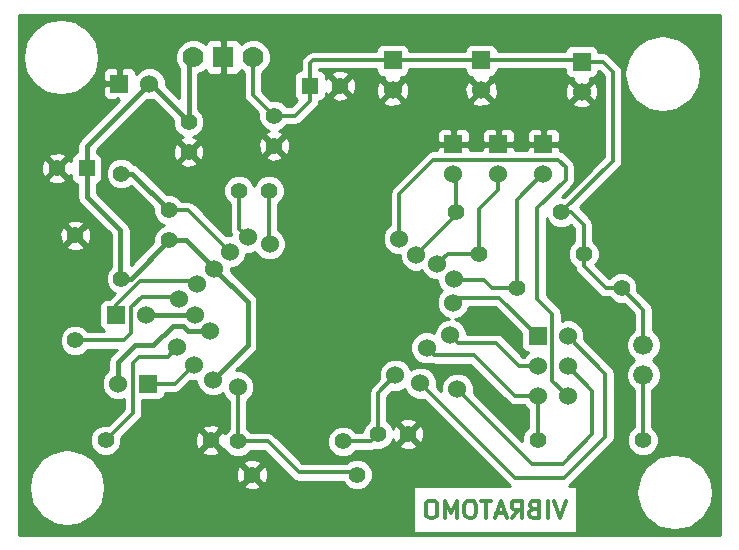
<source format=gbl>
G04 (created by PCBNEW (2013-07-07 BZR 4022)-stable) date 30/04/2014 12:17:37*
%MOIN*%
G04 Gerber Fmt 3.4, Leading zero omitted, Abs format*
%FSLAX34Y34*%
G01*
G70*
G90*
G04 APERTURE LIST*
%ADD10C,0.00590551*%
%ADD11C,0.011811*%
%ADD12C,0.055*%
%ADD13R,0.06X0.06*%
%ADD14C,0.06*%
%ADD15C,0.066*%
%ADD16C,0.07*%
%ADD17R,0.07X0.07*%
%ADD18R,0.055X0.055*%
%ADD19C,0.012*%
%ADD20C,0.015*%
%ADD21C,0.01*%
G04 APERTURE END LIST*
G54D10*
G54D11*
X88468Y-46928D02*
X88271Y-47518D01*
X88074Y-46928D01*
X87877Y-47518D02*
X87877Y-46928D01*
X87399Y-47209D02*
X87315Y-47237D01*
X87287Y-47265D01*
X87259Y-47321D01*
X87259Y-47406D01*
X87287Y-47462D01*
X87315Y-47490D01*
X87371Y-47518D01*
X87596Y-47518D01*
X87596Y-46928D01*
X87399Y-46928D01*
X87343Y-46956D01*
X87315Y-46984D01*
X87287Y-47040D01*
X87287Y-47096D01*
X87315Y-47152D01*
X87343Y-47181D01*
X87399Y-47209D01*
X87596Y-47209D01*
X86668Y-47518D02*
X86865Y-47237D01*
X87006Y-47518D02*
X87006Y-46928D01*
X86781Y-46928D01*
X86724Y-46956D01*
X86696Y-46984D01*
X86668Y-47040D01*
X86668Y-47124D01*
X86696Y-47181D01*
X86724Y-47209D01*
X86781Y-47237D01*
X87006Y-47237D01*
X86443Y-47349D02*
X86162Y-47349D01*
X86500Y-47518D02*
X86303Y-46928D01*
X86106Y-47518D01*
X85993Y-46928D02*
X85656Y-46928D01*
X85825Y-47518D02*
X85825Y-46928D01*
X85347Y-46928D02*
X85234Y-46928D01*
X85178Y-46956D01*
X85122Y-47012D01*
X85093Y-47124D01*
X85093Y-47321D01*
X85122Y-47434D01*
X85178Y-47490D01*
X85234Y-47518D01*
X85347Y-47518D01*
X85403Y-47490D01*
X85459Y-47434D01*
X85487Y-47321D01*
X85487Y-47124D01*
X85459Y-47012D01*
X85403Y-46956D01*
X85347Y-46928D01*
X84840Y-47518D02*
X84840Y-46928D01*
X84643Y-47349D01*
X84447Y-46928D01*
X84447Y-47518D01*
X84053Y-46928D02*
X83940Y-46928D01*
X83884Y-46956D01*
X83828Y-47012D01*
X83800Y-47124D01*
X83800Y-47321D01*
X83828Y-47434D01*
X83884Y-47490D01*
X83940Y-47518D01*
X84053Y-47518D01*
X84109Y-47490D01*
X84165Y-47434D01*
X84194Y-47321D01*
X84194Y-47124D01*
X84165Y-47012D01*
X84109Y-46956D01*
X84053Y-46928D01*
G54D12*
X87541Y-44921D03*
X91041Y-44921D03*
X88324Y-37322D03*
X84824Y-37322D03*
X89072Y-38700D03*
X85572Y-38700D03*
X72125Y-41592D03*
X72125Y-38092D03*
X73131Y-44921D03*
X76631Y-44921D03*
X90332Y-39842D03*
X86832Y-39842D03*
X73657Y-36027D03*
X73657Y-39527D03*
X81041Y-44960D03*
X77541Y-44960D03*
X81513Y-46062D03*
X78013Y-46062D03*
G54D13*
X87531Y-41440D03*
G54D14*
X88531Y-41440D03*
X87531Y-42440D03*
X88531Y-42440D03*
X87531Y-43440D03*
X88531Y-43440D03*
G54D13*
X73476Y-40748D03*
G54D14*
X74476Y-40748D03*
G54D13*
X74555Y-43031D03*
G54D14*
X73555Y-43031D03*
G54D13*
X87728Y-35059D03*
G54D14*
X87728Y-36059D03*
G54D13*
X86228Y-35059D03*
G54D14*
X86228Y-36059D03*
G54D13*
X84728Y-35059D03*
G54D14*
X84728Y-36059D03*
G54D13*
X89000Y-32300D03*
G54D14*
X89000Y-33300D03*
G54D13*
X82700Y-32250D03*
G54D14*
X82700Y-33250D03*
G54D13*
X85650Y-32250D03*
G54D14*
X85650Y-33250D03*
G54D15*
X91062Y-41744D03*
X91062Y-42744D03*
G54D13*
X73594Y-33031D03*
G54D14*
X74594Y-33031D03*
G54D16*
X76050Y-32150D03*
G54D17*
X77050Y-32150D03*
G54D16*
X78050Y-32150D03*
G54D12*
X78750Y-34100D03*
X78750Y-35100D03*
X75900Y-34300D03*
X75900Y-35300D03*
X78578Y-36598D03*
X77578Y-36598D03*
X75250Y-37250D03*
X75250Y-38250D03*
X82220Y-44708D03*
X83220Y-44708D03*
G54D18*
X72500Y-35850D03*
G54D12*
X71500Y-35850D03*
G54D18*
X79950Y-33100D03*
G54D12*
X80950Y-33100D03*
G54D14*
X78750Y-43160D03*
X81936Y-38277D03*
X85575Y-40831D03*
X84191Y-39042D03*
X76113Y-40730D03*
X82796Y-42759D03*
X84744Y-39551D03*
X84717Y-40329D03*
X75523Y-41825D03*
X84630Y-41412D03*
X83624Y-43025D03*
X82926Y-38196D03*
X75586Y-40208D03*
X83493Y-38745D03*
X84861Y-43218D03*
X77266Y-38633D03*
X77539Y-43141D03*
X78597Y-38376D03*
X77864Y-38156D03*
X83832Y-41832D03*
X76069Y-42406D03*
X76615Y-41279D03*
X76188Y-39704D03*
X76712Y-42904D03*
X76755Y-39200D03*
G54D19*
X84532Y-38700D02*
X85572Y-38700D01*
X84191Y-39042D02*
X84532Y-38700D01*
X86228Y-36059D02*
X86228Y-36566D01*
X85572Y-37222D02*
X85572Y-38700D01*
X86228Y-36566D02*
X85572Y-37222D01*
G54D20*
X74476Y-40748D02*
X76094Y-40748D01*
X76094Y-40748D02*
X76113Y-40730D01*
X74515Y-40708D02*
X74476Y-40748D01*
X74515Y-40708D02*
X74476Y-40748D01*
G54D19*
X74515Y-40708D02*
X74476Y-40748D01*
X91041Y-44921D02*
X91041Y-42765D01*
X91041Y-42765D02*
X91062Y-42744D01*
X82220Y-43334D02*
X82220Y-44708D01*
X82796Y-42759D02*
X82220Y-43334D01*
X81041Y-44960D02*
X81968Y-44960D01*
X81968Y-44960D02*
X82220Y-44708D01*
X86017Y-39842D02*
X86832Y-39842D01*
X85748Y-39573D02*
X86017Y-39842D01*
X84766Y-39573D02*
X85748Y-39573D01*
X84744Y-39551D02*
X84766Y-39573D01*
X87728Y-36059D02*
X87681Y-36059D01*
X86832Y-36907D02*
X86832Y-39842D01*
X87681Y-36059D02*
X86832Y-36907D01*
X86253Y-40163D02*
X87531Y-41440D01*
X84883Y-40163D02*
X86253Y-40163D01*
X84717Y-40329D02*
X84883Y-40163D01*
X74052Y-44001D02*
X73131Y-44921D01*
X74052Y-42330D02*
X74052Y-44001D01*
X74235Y-42147D02*
X74052Y-42330D01*
X75201Y-42147D02*
X74235Y-42147D01*
X75523Y-41825D02*
X75201Y-42147D01*
X86918Y-42440D02*
X87531Y-42440D01*
X86156Y-41678D02*
X86918Y-42440D01*
X84896Y-41678D02*
X86156Y-41678D01*
X84630Y-41412D02*
X84896Y-41678D01*
X89789Y-42698D02*
X88531Y-41440D01*
X89789Y-44807D02*
X89789Y-42698D01*
X88403Y-46193D02*
X89789Y-44807D01*
X86792Y-46193D02*
X88403Y-46193D01*
X83624Y-43025D02*
X86792Y-46193D01*
X88025Y-42934D02*
X88531Y-43440D01*
X88025Y-40705D02*
X88025Y-42934D01*
X87530Y-40210D02*
X88025Y-40705D01*
X87530Y-37168D02*
X87530Y-40210D01*
X88467Y-36231D02*
X87530Y-37168D01*
X88467Y-35808D02*
X88467Y-36231D01*
X88221Y-35562D02*
X88467Y-35808D01*
X84061Y-35562D02*
X88221Y-35562D01*
X82929Y-36694D02*
X84061Y-35562D01*
X82929Y-38193D02*
X82929Y-36694D01*
X82926Y-38196D02*
X82929Y-38193D01*
X73752Y-41592D02*
X72125Y-41592D01*
X73989Y-41356D02*
X73752Y-41592D01*
X73989Y-40477D02*
X73989Y-41356D01*
X74334Y-40132D02*
X73989Y-40477D01*
X75510Y-40132D02*
X74334Y-40132D01*
X75586Y-40208D02*
X75510Y-40132D01*
X84824Y-37413D02*
X84824Y-37322D01*
X83493Y-38745D02*
X84824Y-37413D01*
X84824Y-37322D02*
X84824Y-36155D01*
X84824Y-36155D02*
X84728Y-36059D01*
X89362Y-43271D02*
X88531Y-42440D01*
X89362Y-44716D02*
X89362Y-43271D01*
X88375Y-45703D02*
X89362Y-44716D01*
X87346Y-45703D02*
X88375Y-45703D01*
X84861Y-43218D02*
X87346Y-45703D01*
X75883Y-37250D02*
X75250Y-37250D01*
X77266Y-38633D02*
X75883Y-37250D01*
G54D20*
X73657Y-36027D02*
X74027Y-36027D01*
X74027Y-36027D02*
X75250Y-37250D01*
G54D19*
X77541Y-43143D02*
X77541Y-44960D01*
X77539Y-43141D02*
X77541Y-43143D01*
X77541Y-44960D02*
X78543Y-44960D01*
X78543Y-44960D02*
X79566Y-45984D01*
X79566Y-45984D02*
X81435Y-45984D01*
X81435Y-45984D02*
X81513Y-46062D01*
X78578Y-38357D02*
X78578Y-36598D01*
X78597Y-38376D02*
X78578Y-38357D01*
X77578Y-37870D02*
X77578Y-36598D01*
X77864Y-38156D02*
X77578Y-37870D01*
X86777Y-43440D02*
X87531Y-43440D01*
X85421Y-42084D02*
X86777Y-43440D01*
X84084Y-42084D02*
X85421Y-42084D01*
X83832Y-41832D02*
X84084Y-42084D01*
X87531Y-43440D02*
X87531Y-44911D01*
X87531Y-44911D02*
X87541Y-44921D01*
X75443Y-43031D02*
X74555Y-43031D01*
X76069Y-42406D02*
X75443Y-43031D01*
G54D20*
X76615Y-41279D02*
X75883Y-41279D01*
X73555Y-42306D02*
X73555Y-43031D01*
X74120Y-41742D02*
X73555Y-42306D01*
X74722Y-41742D02*
X74120Y-41742D01*
X75364Y-41100D02*
X74722Y-41742D01*
X75704Y-41100D02*
X75364Y-41100D01*
X75883Y-41279D02*
X75704Y-41100D01*
G54D19*
X73476Y-40413D02*
X73476Y-40748D01*
X74291Y-39599D02*
X73476Y-40413D01*
X76083Y-39599D02*
X74291Y-39599D01*
X76188Y-39704D02*
X76083Y-39599D01*
G54D20*
X76755Y-39200D02*
X76757Y-39200D01*
X77870Y-41746D02*
X76712Y-42904D01*
X77870Y-40313D02*
X77870Y-41746D01*
X76757Y-39200D02*
X77870Y-40313D01*
G54D19*
X76757Y-39197D02*
X76771Y-39212D01*
X76755Y-39200D02*
X76757Y-39197D01*
G54D20*
X75250Y-38250D02*
X75809Y-38250D01*
X75809Y-38250D02*
X76771Y-39212D01*
X73657Y-39527D02*
X73972Y-39527D01*
X73972Y-39527D02*
X75250Y-38250D01*
X72500Y-35850D02*
X72500Y-35125D01*
X72500Y-35125D02*
X74594Y-33031D01*
X72519Y-36600D02*
X72519Y-35869D01*
X72519Y-35869D02*
X72500Y-35850D01*
X74594Y-33031D02*
X74631Y-33031D01*
X74631Y-33031D02*
X75900Y-34300D01*
X75900Y-34300D02*
X75900Y-32300D01*
X75900Y-32300D02*
X76050Y-32150D01*
X74594Y-33031D02*
X72519Y-35106D01*
X72519Y-35106D02*
X72519Y-36600D01*
X72519Y-36600D02*
X72519Y-36811D01*
X72519Y-36811D02*
X73622Y-37913D01*
X73622Y-37913D02*
X73622Y-38962D01*
X73622Y-38962D02*
X73622Y-39491D01*
X73622Y-39491D02*
X73657Y-39527D01*
G54D19*
X73657Y-39527D02*
X73657Y-37949D01*
X73657Y-37949D02*
X72519Y-36811D01*
X72519Y-36811D02*
X72519Y-35106D01*
X85650Y-32250D02*
X88950Y-32250D01*
X88950Y-32250D02*
X89000Y-32300D01*
X89000Y-32300D02*
X89700Y-32300D01*
X89700Y-32300D02*
X90050Y-32650D01*
X90050Y-32650D02*
X90050Y-35597D01*
X90050Y-35597D02*
X88324Y-37322D01*
X82700Y-32250D02*
X85650Y-32250D01*
X79950Y-33100D02*
X79950Y-32350D01*
X79950Y-32350D02*
X80050Y-32250D01*
X80050Y-32250D02*
X82700Y-32250D01*
X78750Y-34100D02*
X79450Y-34100D01*
X79450Y-34100D02*
X79950Y-33600D01*
X79950Y-33600D02*
X79950Y-33100D01*
X89700Y-32300D02*
X90050Y-32650D01*
X90050Y-32650D02*
X90050Y-35597D01*
X90050Y-35597D02*
X88324Y-37322D01*
X79950Y-32350D02*
X80050Y-32250D01*
X79950Y-33600D02*
X79950Y-32350D01*
X79450Y-34100D02*
X79950Y-33600D01*
X78050Y-32150D02*
X78050Y-33400D01*
X78050Y-33400D02*
X78750Y-34100D01*
X91062Y-41744D02*
X91062Y-40572D01*
X91062Y-40572D02*
X90332Y-39842D01*
X89072Y-38700D02*
X89072Y-39112D01*
X89803Y-39842D02*
X90332Y-39842D01*
X89072Y-39112D02*
X89803Y-39842D01*
X88324Y-37322D02*
X88661Y-37322D01*
X88661Y-37322D02*
X89072Y-37734D01*
X89072Y-37734D02*
X89072Y-38700D01*
G54D10*
G36*
X87203Y-41990D02*
X87065Y-42128D01*
X87064Y-42130D01*
X87047Y-42130D01*
X86375Y-41458D01*
X86274Y-41391D01*
X86156Y-41368D01*
X85180Y-41368D01*
X85180Y-41303D01*
X85096Y-41100D01*
X84941Y-40946D01*
X84780Y-40879D01*
X84825Y-40879D01*
X85028Y-40795D01*
X85182Y-40640D01*
X85252Y-40473D01*
X86125Y-40473D01*
X86981Y-41329D01*
X86981Y-41790D01*
X87019Y-41882D01*
X87089Y-41952D01*
X87181Y-41990D01*
X87203Y-41990D01*
X87203Y-41990D01*
G37*
G54D21*
X87203Y-41990D02*
X87065Y-42128D01*
X87064Y-42130D01*
X87047Y-42130D01*
X86375Y-41458D01*
X86274Y-41391D01*
X86156Y-41368D01*
X85180Y-41368D01*
X85180Y-41303D01*
X85096Y-41100D01*
X84941Y-40946D01*
X84780Y-40879D01*
X84825Y-40879D01*
X85028Y-40795D01*
X85182Y-40640D01*
X85252Y-40473D01*
X86125Y-40473D01*
X86981Y-41329D01*
X86981Y-41790D01*
X87019Y-41882D01*
X87089Y-41952D01*
X87181Y-41990D01*
X87203Y-41990D01*
G54D10*
G36*
X93606Y-48090D02*
X93373Y-48090D01*
X93373Y-46704D01*
X93373Y-46650D01*
X93373Y-46595D01*
X93373Y-46595D01*
X93373Y-46595D01*
X93373Y-46595D01*
X93298Y-46213D01*
X93298Y-46212D01*
X93256Y-46111D01*
X93039Y-45787D01*
X92973Y-45721D01*
X92973Y-32754D01*
X92973Y-32700D01*
X92973Y-32645D01*
X92973Y-32645D01*
X92973Y-32645D01*
X92973Y-32645D01*
X92898Y-32263D01*
X92898Y-32262D01*
X92856Y-32161D01*
X92639Y-31837D01*
X92562Y-31760D01*
X92560Y-31759D01*
X92238Y-31544D01*
X92237Y-31543D01*
X92137Y-31501D01*
X91754Y-31425D01*
X91645Y-31425D01*
X91643Y-31426D01*
X91263Y-31501D01*
X91262Y-31501D01*
X91161Y-31543D01*
X90837Y-31760D01*
X90760Y-31837D01*
X90759Y-31839D01*
X90544Y-32161D01*
X90543Y-32162D01*
X90501Y-32262D01*
X90425Y-32645D01*
X90425Y-32700D01*
X90425Y-32754D01*
X90501Y-33137D01*
X90543Y-33237D01*
X90544Y-33238D01*
X90759Y-33560D01*
X90760Y-33562D01*
X90837Y-33639D01*
X91161Y-33856D01*
X91262Y-33898D01*
X91263Y-33898D01*
X91643Y-33973D01*
X91645Y-33974D01*
X91754Y-33974D01*
X92137Y-33898D01*
X92237Y-33856D01*
X92238Y-33855D01*
X92560Y-33640D01*
X92562Y-33639D01*
X92639Y-33562D01*
X92856Y-33238D01*
X92898Y-33137D01*
X92898Y-33136D01*
X92973Y-32754D01*
X92973Y-32754D01*
X92973Y-32754D01*
X92973Y-32754D01*
X92973Y-45721D01*
X92962Y-45710D01*
X92960Y-45709D01*
X92638Y-45494D01*
X92637Y-45493D01*
X92537Y-45451D01*
X92154Y-45375D01*
X92045Y-45375D01*
X92043Y-45376D01*
X91663Y-45451D01*
X91662Y-45451D01*
X91643Y-45459D01*
X91643Y-42629D01*
X91554Y-42415D01*
X91391Y-42252D01*
X91371Y-42244D01*
X91391Y-42236D01*
X91554Y-42073D01*
X91642Y-41859D01*
X91643Y-41629D01*
X91554Y-41415D01*
X91391Y-41252D01*
X91372Y-41244D01*
X91372Y-40572D01*
X91349Y-40454D01*
X91282Y-40353D01*
X90857Y-39929D01*
X90857Y-39738D01*
X90778Y-39545D01*
X90630Y-39397D01*
X90437Y-39317D01*
X90228Y-39317D01*
X90035Y-39397D01*
X89915Y-39516D01*
X89457Y-39058D01*
X89517Y-38998D01*
X89597Y-38805D01*
X89597Y-38596D01*
X89518Y-38403D01*
X89382Y-38268D01*
X89382Y-37734D01*
X89359Y-37615D01*
X89292Y-37515D01*
X88931Y-37154D01*
X90269Y-35816D01*
X90269Y-35816D01*
X90269Y-35816D01*
X90336Y-35716D01*
X90336Y-35716D01*
X90355Y-35621D01*
X90360Y-35597D01*
X90359Y-35597D01*
X90360Y-35597D01*
X90360Y-32650D01*
X90359Y-32649D01*
X90360Y-32649D01*
X90355Y-32626D01*
X90336Y-32531D01*
X90336Y-32531D01*
X90269Y-32430D01*
X90269Y-32430D01*
X89919Y-32080D01*
X89818Y-32013D01*
X89700Y-31990D01*
X89550Y-31990D01*
X89550Y-31950D01*
X89512Y-31858D01*
X89441Y-31788D01*
X89349Y-31750D01*
X89250Y-31749D01*
X88650Y-31749D01*
X88558Y-31787D01*
X88488Y-31858D01*
X88454Y-31940D01*
X86200Y-31940D01*
X86200Y-31900D01*
X86162Y-31808D01*
X86091Y-31738D01*
X85999Y-31700D01*
X85900Y-31699D01*
X85300Y-31699D01*
X85208Y-31737D01*
X85138Y-31808D01*
X85100Y-31900D01*
X85100Y-31940D01*
X83250Y-31940D01*
X83250Y-31900D01*
X83212Y-31808D01*
X83141Y-31738D01*
X83049Y-31700D01*
X82950Y-31699D01*
X82350Y-31699D01*
X82258Y-31737D01*
X82188Y-31808D01*
X82150Y-31900D01*
X82150Y-31940D01*
X80050Y-31940D01*
X79931Y-31963D01*
X79830Y-32030D01*
X79730Y-32130D01*
X79663Y-32231D01*
X79640Y-32350D01*
X79640Y-32574D01*
X79625Y-32574D01*
X79533Y-32612D01*
X79463Y-32683D01*
X79425Y-32775D01*
X79424Y-32874D01*
X79424Y-33424D01*
X79462Y-33516D01*
X79528Y-33582D01*
X79321Y-33790D01*
X79182Y-33790D01*
X79047Y-33655D01*
X78854Y-33575D01*
X78663Y-33574D01*
X78360Y-33271D01*
X78360Y-32671D01*
X78389Y-32658D01*
X78558Y-32490D01*
X78649Y-32269D01*
X78650Y-32031D01*
X78558Y-31810D01*
X78390Y-31641D01*
X78169Y-31550D01*
X77931Y-31549D01*
X77710Y-31641D01*
X77635Y-31715D01*
X77612Y-31658D01*
X77541Y-31588D01*
X77449Y-31550D01*
X77350Y-31549D01*
X77162Y-31550D01*
X77100Y-31612D01*
X77100Y-32100D01*
X77107Y-32100D01*
X77107Y-32200D01*
X77100Y-32200D01*
X77100Y-32687D01*
X77162Y-32750D01*
X77350Y-32750D01*
X77449Y-32749D01*
X77541Y-32711D01*
X77612Y-32641D01*
X77635Y-32584D01*
X77709Y-32658D01*
X77740Y-32670D01*
X77740Y-33400D01*
X77763Y-33518D01*
X77830Y-33619D01*
X78225Y-34013D01*
X78224Y-34203D01*
X78304Y-34397D01*
X78452Y-34544D01*
X78578Y-34597D01*
X78477Y-34639D01*
X78452Y-34732D01*
X78750Y-35029D01*
X79047Y-34732D01*
X79022Y-34639D01*
X78912Y-34600D01*
X79047Y-34545D01*
X79182Y-34410D01*
X79450Y-34410D01*
X79568Y-34386D01*
X79669Y-34319D01*
X80169Y-33819D01*
X80236Y-33718D01*
X80255Y-33625D01*
X80274Y-33625D01*
X80366Y-33587D01*
X80436Y-33516D01*
X80474Y-33424D01*
X80475Y-33337D01*
X80489Y-33372D01*
X80582Y-33397D01*
X80879Y-33100D01*
X80582Y-32802D01*
X80489Y-32827D01*
X80475Y-32868D01*
X80475Y-32775D01*
X80437Y-32683D01*
X80366Y-32613D01*
X80274Y-32575D01*
X80260Y-32575D01*
X80260Y-32560D01*
X82149Y-32560D01*
X82149Y-32599D01*
X82187Y-32691D01*
X82258Y-32761D01*
X82350Y-32799D01*
X82403Y-32800D01*
X82384Y-32864D01*
X82700Y-33179D01*
X83015Y-32864D01*
X82996Y-32800D01*
X83049Y-32800D01*
X83141Y-32762D01*
X83211Y-32691D01*
X83249Y-32599D01*
X83249Y-32560D01*
X85099Y-32560D01*
X85099Y-32599D01*
X85137Y-32691D01*
X85208Y-32761D01*
X85300Y-32799D01*
X85353Y-32800D01*
X85334Y-32864D01*
X85650Y-33179D01*
X85965Y-32864D01*
X85946Y-32800D01*
X85999Y-32800D01*
X86091Y-32762D01*
X86161Y-32691D01*
X86199Y-32599D01*
X86199Y-32560D01*
X88449Y-32560D01*
X88449Y-32649D01*
X88487Y-32741D01*
X88558Y-32811D01*
X88650Y-32849D01*
X88703Y-32850D01*
X88684Y-32914D01*
X89000Y-33229D01*
X89315Y-32914D01*
X89296Y-32850D01*
X89349Y-32850D01*
X89441Y-32812D01*
X89511Y-32741D01*
X89549Y-32649D01*
X89549Y-32610D01*
X89571Y-32610D01*
X89740Y-32778D01*
X89740Y-35469D01*
X89554Y-35654D01*
X89554Y-33381D01*
X89543Y-33163D01*
X89481Y-33012D01*
X89385Y-32984D01*
X89070Y-33300D01*
X89385Y-33615D01*
X89481Y-33587D01*
X89554Y-33381D01*
X89554Y-35654D01*
X89315Y-35894D01*
X89315Y-33685D01*
X89000Y-33370D01*
X88929Y-33441D01*
X88929Y-33300D01*
X88614Y-32984D01*
X88518Y-33012D01*
X88445Y-33218D01*
X88456Y-33436D01*
X88518Y-33587D01*
X88614Y-33615D01*
X88929Y-33300D01*
X88929Y-33441D01*
X88684Y-33685D01*
X88712Y-33781D01*
X88918Y-33854D01*
X89136Y-33843D01*
X89287Y-33781D01*
X89315Y-33685D01*
X89315Y-35894D01*
X88411Y-36797D01*
X88338Y-36797D01*
X88686Y-36450D01*
X88686Y-36450D01*
X88686Y-36450D01*
X88753Y-36349D01*
X88753Y-36349D01*
X88776Y-36231D01*
X88777Y-36231D01*
X88777Y-35808D01*
X88753Y-35689D01*
X88686Y-35588D01*
X88440Y-35342D01*
X88339Y-35275D01*
X88278Y-35263D01*
X88278Y-34709D01*
X88240Y-34617D01*
X88170Y-34547D01*
X88078Y-34509D01*
X87978Y-34509D01*
X87840Y-34509D01*
X87778Y-34571D01*
X87778Y-35009D01*
X88215Y-35009D01*
X88278Y-34946D01*
X88278Y-34709D01*
X88278Y-35263D01*
X88278Y-35263D01*
X88278Y-35171D01*
X88215Y-35109D01*
X87778Y-35109D01*
X87778Y-35116D01*
X87678Y-35116D01*
X87678Y-35109D01*
X87678Y-35009D01*
X87678Y-34571D01*
X87615Y-34509D01*
X87477Y-34509D01*
X87378Y-34509D01*
X87286Y-34547D01*
X87216Y-34617D01*
X87178Y-34709D01*
X87178Y-34946D01*
X87240Y-35009D01*
X87678Y-35009D01*
X87678Y-35109D01*
X87240Y-35109D01*
X87178Y-35171D01*
X87178Y-35252D01*
X86778Y-35252D01*
X86778Y-34709D01*
X86740Y-34617D01*
X86670Y-34547D01*
X86578Y-34509D01*
X86478Y-34509D01*
X86340Y-34509D01*
X86278Y-34571D01*
X86278Y-35009D01*
X86715Y-35009D01*
X86778Y-34946D01*
X86778Y-34709D01*
X86778Y-35252D01*
X86778Y-35252D01*
X86778Y-35171D01*
X86715Y-35109D01*
X86278Y-35109D01*
X86278Y-35116D01*
X86204Y-35116D01*
X86204Y-33331D01*
X86193Y-33113D01*
X86131Y-32962D01*
X86035Y-32934D01*
X85720Y-33250D01*
X86035Y-33565D01*
X86131Y-33537D01*
X86204Y-33331D01*
X86204Y-35116D01*
X86178Y-35116D01*
X86178Y-35109D01*
X86178Y-35009D01*
X86178Y-34571D01*
X86115Y-34509D01*
X85977Y-34509D01*
X85965Y-34509D01*
X85965Y-33635D01*
X85650Y-33320D01*
X85579Y-33391D01*
X85579Y-33250D01*
X85264Y-32934D01*
X85168Y-32962D01*
X85095Y-33168D01*
X85106Y-33386D01*
X85168Y-33537D01*
X85264Y-33565D01*
X85579Y-33250D01*
X85579Y-33391D01*
X85334Y-33635D01*
X85362Y-33731D01*
X85568Y-33804D01*
X85786Y-33793D01*
X85937Y-33731D01*
X85965Y-33635D01*
X85965Y-34509D01*
X85878Y-34509D01*
X85786Y-34547D01*
X85716Y-34617D01*
X85678Y-34709D01*
X85678Y-34946D01*
X85740Y-35009D01*
X86178Y-35009D01*
X86178Y-35109D01*
X85740Y-35109D01*
X85678Y-35171D01*
X85678Y-35252D01*
X85278Y-35252D01*
X85278Y-34709D01*
X85240Y-34617D01*
X85170Y-34547D01*
X85078Y-34509D01*
X84978Y-34509D01*
X84840Y-34509D01*
X84778Y-34571D01*
X84778Y-35009D01*
X85215Y-35009D01*
X85278Y-34946D01*
X85278Y-34709D01*
X85278Y-35252D01*
X85278Y-35252D01*
X85278Y-35171D01*
X85215Y-35109D01*
X84778Y-35109D01*
X84778Y-35116D01*
X84678Y-35116D01*
X84678Y-35109D01*
X84678Y-35009D01*
X84678Y-34571D01*
X84615Y-34509D01*
X84477Y-34509D01*
X84378Y-34509D01*
X84286Y-34547D01*
X84216Y-34617D01*
X84178Y-34709D01*
X84178Y-34946D01*
X84240Y-35009D01*
X84678Y-35009D01*
X84678Y-35109D01*
X84240Y-35109D01*
X84178Y-35171D01*
X84178Y-35252D01*
X84061Y-35252D01*
X83942Y-35275D01*
X83841Y-35342D01*
X83841Y-35342D01*
X83841Y-35342D01*
X83254Y-35929D01*
X83254Y-33331D01*
X83243Y-33113D01*
X83181Y-32962D01*
X83085Y-32934D01*
X82770Y-33250D01*
X83085Y-33565D01*
X83181Y-33537D01*
X83254Y-33331D01*
X83254Y-35929D01*
X83015Y-36169D01*
X83015Y-33635D01*
X82700Y-33320D01*
X82629Y-33391D01*
X82629Y-33250D01*
X82314Y-32934D01*
X82218Y-32962D01*
X82145Y-33168D01*
X82156Y-33386D01*
X82218Y-33537D01*
X82314Y-33565D01*
X82629Y-33250D01*
X82629Y-33391D01*
X82384Y-33635D01*
X82412Y-33731D01*
X82618Y-33804D01*
X82836Y-33793D01*
X82987Y-33731D01*
X83015Y-33635D01*
X83015Y-36169D01*
X82709Y-36474D01*
X82642Y-36575D01*
X82619Y-36694D01*
X82619Y-37727D01*
X82614Y-37729D01*
X82460Y-37884D01*
X82376Y-38086D01*
X82375Y-38304D01*
X82459Y-38507D01*
X82614Y-38661D01*
X82816Y-38745D01*
X82942Y-38746D01*
X82942Y-38853D01*
X83026Y-39056D01*
X83181Y-39210D01*
X83383Y-39294D01*
X83601Y-39295D01*
X83686Y-39260D01*
X83724Y-39353D01*
X83879Y-39507D01*
X84081Y-39591D01*
X84193Y-39592D01*
X84193Y-39659D01*
X84277Y-39862D01*
X84341Y-39926D01*
X84251Y-40017D01*
X84167Y-40219D01*
X84166Y-40437D01*
X84250Y-40640D01*
X84405Y-40794D01*
X84566Y-40861D01*
X84521Y-40861D01*
X84318Y-40945D01*
X84164Y-41100D01*
X84080Y-41302D01*
X84080Y-41339D01*
X83941Y-41282D01*
X83723Y-41281D01*
X83520Y-41365D01*
X83366Y-41520D01*
X83282Y-41722D01*
X83281Y-41940D01*
X83365Y-42143D01*
X83520Y-42297D01*
X83722Y-42381D01*
X83940Y-42382D01*
X83967Y-42370D01*
X83967Y-42370D01*
X84060Y-42389D01*
X84083Y-42394D01*
X84083Y-42393D01*
X84084Y-42394D01*
X85292Y-42394D01*
X86558Y-43660D01*
X86659Y-43727D01*
X86777Y-43750D01*
X87064Y-43750D01*
X87064Y-43752D01*
X87219Y-43906D01*
X87221Y-43907D01*
X87221Y-44498D01*
X87096Y-44623D01*
X87016Y-44816D01*
X87016Y-44934D01*
X85410Y-43329D01*
X85410Y-43327D01*
X85411Y-43109D01*
X85327Y-42906D01*
X85172Y-42752D01*
X84970Y-42668D01*
X84752Y-42667D01*
X84549Y-42751D01*
X84395Y-42906D01*
X84311Y-43108D01*
X84310Y-43273D01*
X84173Y-43136D01*
X84173Y-43134D01*
X84174Y-42916D01*
X84090Y-42713D01*
X83935Y-42559D01*
X83733Y-42475D01*
X83515Y-42474D01*
X83312Y-42558D01*
X83309Y-42561D01*
X83262Y-42447D01*
X83107Y-42293D01*
X82905Y-42209D01*
X82687Y-42208D01*
X82484Y-42292D01*
X82330Y-42447D01*
X82246Y-42649D01*
X82245Y-42867D01*
X82246Y-42869D01*
X82001Y-43115D01*
X81934Y-43215D01*
X81910Y-43334D01*
X81910Y-44276D01*
X81775Y-44410D01*
X81695Y-44603D01*
X81695Y-44650D01*
X81479Y-44650D01*
X81479Y-33175D01*
X81468Y-32967D01*
X81410Y-32827D01*
X81317Y-32802D01*
X81247Y-32873D01*
X81247Y-32732D01*
X81222Y-32639D01*
X81025Y-32570D01*
X80817Y-32581D01*
X80677Y-32639D01*
X80652Y-32732D01*
X80950Y-33029D01*
X81247Y-32732D01*
X81247Y-32873D01*
X81020Y-33100D01*
X81317Y-33397D01*
X81410Y-33372D01*
X81479Y-33175D01*
X81479Y-44650D01*
X81473Y-44650D01*
X81339Y-44515D01*
X81247Y-44477D01*
X81247Y-33467D01*
X80950Y-33170D01*
X80652Y-33467D01*
X80677Y-33560D01*
X80874Y-33629D01*
X81082Y-33618D01*
X81222Y-33560D01*
X81247Y-33467D01*
X81247Y-44477D01*
X81146Y-44435D01*
X80937Y-44435D01*
X80744Y-44515D01*
X80596Y-44662D01*
X80516Y-44855D01*
X80516Y-45064D01*
X80596Y-45257D01*
X80743Y-45405D01*
X80936Y-45485D01*
X81145Y-45485D01*
X81338Y-45405D01*
X81473Y-45270D01*
X81968Y-45270D01*
X82087Y-45247D01*
X82110Y-45231D01*
X82115Y-45233D01*
X82324Y-45233D01*
X82517Y-45153D01*
X82665Y-45006D01*
X82717Y-44879D01*
X82759Y-44981D01*
X82852Y-45005D01*
X83149Y-44708D01*
X82852Y-44411D01*
X82759Y-44435D01*
X82721Y-44545D01*
X82665Y-44411D01*
X82530Y-44276D01*
X82530Y-43462D01*
X82684Y-43308D01*
X82686Y-43308D01*
X82904Y-43309D01*
X83107Y-43225D01*
X83110Y-43222D01*
X83157Y-43336D01*
X83312Y-43490D01*
X83514Y-43574D01*
X83732Y-43575D01*
X83734Y-43574D01*
X86572Y-46412D01*
X86572Y-46412D01*
X86612Y-46438D01*
X83750Y-46438D01*
X83750Y-44784D01*
X83739Y-44575D01*
X83681Y-44435D01*
X83588Y-44411D01*
X83517Y-44482D01*
X83517Y-44340D01*
X83493Y-44248D01*
X83296Y-44178D01*
X83087Y-44190D01*
X82947Y-44248D01*
X82923Y-44340D01*
X83220Y-44637D01*
X83517Y-44340D01*
X83517Y-44482D01*
X83291Y-44708D01*
X83588Y-45005D01*
X83681Y-44981D01*
X83750Y-44784D01*
X83750Y-46438D01*
X83517Y-46438D01*
X83517Y-45076D01*
X83220Y-44779D01*
X82923Y-45076D01*
X82947Y-45169D01*
X83144Y-45238D01*
X83353Y-45227D01*
X83493Y-45169D01*
X83517Y-45076D01*
X83517Y-46438D01*
X83378Y-46438D01*
X83378Y-48001D01*
X88833Y-48001D01*
X88833Y-46438D01*
X88582Y-46438D01*
X88622Y-46412D01*
X90008Y-45026D01*
X90008Y-45026D01*
X90008Y-45026D01*
X90075Y-44925D01*
X90075Y-44925D01*
X90098Y-44807D01*
X90099Y-44807D01*
X90099Y-42698D01*
X90098Y-42698D01*
X90075Y-42579D01*
X90075Y-42579D01*
X90008Y-42479D01*
X90008Y-42479D01*
X89080Y-41551D01*
X89081Y-41550D01*
X89081Y-41332D01*
X88998Y-41129D01*
X88843Y-40974D01*
X88641Y-40891D01*
X88422Y-40890D01*
X88335Y-40927D01*
X88335Y-40705D01*
X88334Y-40704D01*
X88335Y-40704D01*
X88330Y-40681D01*
X88311Y-40586D01*
X88311Y-40586D01*
X88244Y-40485D01*
X88244Y-40485D01*
X87840Y-40081D01*
X87840Y-37524D01*
X87879Y-37619D01*
X88027Y-37767D01*
X88219Y-37847D01*
X88428Y-37847D01*
X88621Y-37768D01*
X88645Y-37744D01*
X88762Y-37862D01*
X88762Y-38268D01*
X88628Y-38403D01*
X88547Y-38595D01*
X88547Y-38804D01*
X88627Y-38997D01*
X88768Y-39138D01*
X88786Y-39230D01*
X88853Y-39331D01*
X89583Y-40061D01*
X89684Y-40128D01*
X89803Y-40152D01*
X89900Y-40152D01*
X90034Y-40287D01*
X90227Y-40367D01*
X90419Y-40367D01*
X90752Y-40701D01*
X90752Y-41244D01*
X90734Y-41252D01*
X90571Y-41415D01*
X90483Y-41628D01*
X90482Y-41858D01*
X90571Y-42072D01*
X90734Y-42235D01*
X90754Y-42244D01*
X90734Y-42252D01*
X90571Y-42415D01*
X90483Y-42628D01*
X90482Y-42858D01*
X90571Y-43072D01*
X90731Y-43232D01*
X90731Y-44488D01*
X90596Y-44623D01*
X90516Y-44816D01*
X90516Y-45025D01*
X90596Y-45218D01*
X90743Y-45366D01*
X90936Y-45446D01*
X91145Y-45446D01*
X91338Y-45366D01*
X91486Y-45219D01*
X91566Y-45026D01*
X91566Y-44817D01*
X91486Y-44624D01*
X91351Y-44488D01*
X91351Y-43252D01*
X91391Y-43236D01*
X91554Y-43073D01*
X91642Y-42859D01*
X91643Y-42629D01*
X91643Y-45459D01*
X91561Y-45493D01*
X91237Y-45710D01*
X91160Y-45787D01*
X91159Y-45789D01*
X90944Y-46111D01*
X90943Y-46112D01*
X90901Y-46212D01*
X90825Y-46595D01*
X90825Y-46650D01*
X90825Y-46704D01*
X90901Y-47087D01*
X90943Y-47187D01*
X90944Y-47188D01*
X91159Y-47510D01*
X91160Y-47512D01*
X91237Y-47589D01*
X91561Y-47806D01*
X91662Y-47848D01*
X91663Y-47848D01*
X92043Y-47923D01*
X92045Y-47924D01*
X92154Y-47924D01*
X92537Y-47848D01*
X92637Y-47806D01*
X92638Y-47805D01*
X92960Y-47590D01*
X92962Y-47589D01*
X93039Y-47512D01*
X93256Y-47188D01*
X93298Y-47087D01*
X93298Y-47086D01*
X93373Y-46704D01*
X93373Y-46704D01*
X93373Y-46704D01*
X93373Y-46704D01*
X93373Y-48090D01*
X82038Y-48090D01*
X82038Y-45959D01*
X81959Y-45765D01*
X81811Y-45618D01*
X81618Y-45538D01*
X81409Y-45537D01*
X81216Y-45617D01*
X81160Y-45674D01*
X79695Y-45674D01*
X79279Y-45258D01*
X79279Y-35175D01*
X79268Y-34967D01*
X79210Y-34827D01*
X79117Y-34802D01*
X78820Y-35100D01*
X79117Y-35397D01*
X79210Y-35372D01*
X79279Y-35175D01*
X79279Y-45258D01*
X78762Y-44741D01*
X78661Y-44674D01*
X78543Y-44650D01*
X77973Y-44650D01*
X77851Y-44528D01*
X77851Y-43606D01*
X78004Y-43452D01*
X78088Y-43250D01*
X78089Y-43032D01*
X78005Y-42829D01*
X77850Y-42675D01*
X77648Y-42591D01*
X77484Y-42590D01*
X78099Y-41975D01*
X78099Y-41975D01*
X78099Y-41975D01*
X78170Y-41870D01*
X78170Y-41870D01*
X78195Y-41746D01*
X78195Y-40313D01*
X78170Y-40188D01*
X78170Y-40188D01*
X78099Y-40083D01*
X77304Y-39288D01*
X77305Y-39183D01*
X77374Y-39183D01*
X77577Y-39099D01*
X77731Y-38944D01*
X77815Y-38742D01*
X77815Y-38705D01*
X77972Y-38706D01*
X78114Y-38647D01*
X78130Y-38687D01*
X78285Y-38841D01*
X78487Y-38925D01*
X78705Y-38926D01*
X78908Y-38842D01*
X79062Y-38687D01*
X79146Y-38485D01*
X79147Y-38267D01*
X79063Y-38064D01*
X78908Y-37910D01*
X78888Y-37901D01*
X78888Y-37030D01*
X79023Y-36896D01*
X79103Y-36703D01*
X79103Y-36494D01*
X79047Y-36357D01*
X79047Y-35467D01*
X78750Y-35170D01*
X78679Y-35241D01*
X78679Y-35100D01*
X78382Y-34802D01*
X78289Y-34827D01*
X78220Y-35024D01*
X78231Y-35232D01*
X78289Y-35372D01*
X78382Y-35397D01*
X78679Y-35100D01*
X78679Y-35241D01*
X78452Y-35467D01*
X78477Y-35560D01*
X78674Y-35629D01*
X78882Y-35618D01*
X79022Y-35560D01*
X79047Y-35467D01*
X79047Y-36357D01*
X79024Y-36301D01*
X78876Y-36153D01*
X78683Y-36073D01*
X78474Y-36073D01*
X78281Y-36153D01*
X78133Y-36300D01*
X78078Y-36433D01*
X78024Y-36301D01*
X77876Y-36153D01*
X77683Y-36073D01*
X77474Y-36073D01*
X77281Y-36153D01*
X77133Y-36300D01*
X77053Y-36493D01*
X77053Y-36702D01*
X77133Y-36895D01*
X77268Y-37030D01*
X77268Y-37870D01*
X77292Y-37989D01*
X77320Y-38031D01*
X77314Y-38046D01*
X77314Y-38083D01*
X77157Y-38082D01*
X77155Y-38083D01*
X76429Y-37358D01*
X76429Y-35375D01*
X76418Y-35167D01*
X76360Y-35027D01*
X76267Y-35002D01*
X75970Y-35300D01*
X76267Y-35597D01*
X76360Y-35572D01*
X76429Y-35375D01*
X76429Y-37358D01*
X76197Y-37125D01*
X76197Y-35667D01*
X75900Y-35370D01*
X75829Y-35441D01*
X75829Y-35300D01*
X75532Y-35002D01*
X75439Y-35027D01*
X75370Y-35224D01*
X75381Y-35432D01*
X75439Y-35572D01*
X75532Y-35597D01*
X75829Y-35300D01*
X75829Y-35441D01*
X75602Y-35667D01*
X75627Y-35760D01*
X75824Y-35829D01*
X76032Y-35818D01*
X76172Y-35760D01*
X76197Y-35667D01*
X76197Y-37125D01*
X76102Y-37030D01*
X76001Y-36963D01*
X75883Y-36940D01*
X75682Y-36940D01*
X75547Y-36805D01*
X75354Y-36725D01*
X75184Y-36724D01*
X74256Y-35797D01*
X74151Y-35726D01*
X74087Y-35714D01*
X73955Y-35582D01*
X73762Y-35502D01*
X73553Y-35502D01*
X73360Y-35581D01*
X73213Y-35729D01*
X73132Y-35922D01*
X73132Y-36131D01*
X73212Y-36324D01*
X73360Y-36471D01*
X73552Y-36552D01*
X73761Y-36552D01*
X73954Y-36472D01*
X73983Y-36443D01*
X74725Y-37184D01*
X74724Y-37353D01*
X74804Y-37547D01*
X74952Y-37694D01*
X75085Y-37750D01*
X74953Y-37804D01*
X74805Y-37952D01*
X74725Y-38145D01*
X74724Y-38315D01*
X73967Y-39072D01*
X73967Y-37949D01*
X73944Y-37830D01*
X73924Y-37801D01*
X73922Y-37789D01*
X73922Y-37789D01*
X73851Y-37683D01*
X73851Y-37683D01*
X72844Y-36676D01*
X72844Y-36600D01*
X72844Y-36366D01*
X72916Y-36337D01*
X72986Y-36266D01*
X73024Y-36174D01*
X73025Y-36075D01*
X73025Y-35525D01*
X72987Y-35433D01*
X72916Y-35363D01*
X72844Y-35333D01*
X72844Y-35240D01*
X72844Y-35240D01*
X74504Y-33581D01*
X74703Y-33581D01*
X74716Y-33576D01*
X75375Y-34234D01*
X75374Y-34403D01*
X75454Y-34597D01*
X75602Y-34744D01*
X75728Y-34797D01*
X75627Y-34839D01*
X75602Y-34932D01*
X75900Y-35229D01*
X76197Y-34932D01*
X76172Y-34839D01*
X76062Y-34800D01*
X76197Y-34745D01*
X76344Y-34597D01*
X76424Y-34404D01*
X76425Y-34196D01*
X76345Y-34003D01*
X76225Y-33882D01*
X76225Y-32726D01*
X76389Y-32658D01*
X76464Y-32584D01*
X76487Y-32641D01*
X76558Y-32711D01*
X76650Y-32749D01*
X76749Y-32750D01*
X76937Y-32750D01*
X77000Y-32687D01*
X77000Y-32200D01*
X76992Y-32200D01*
X76992Y-32100D01*
X77000Y-32100D01*
X77000Y-31612D01*
X76937Y-31550D01*
X76749Y-31549D01*
X76650Y-31550D01*
X76558Y-31588D01*
X76487Y-31658D01*
X76464Y-31715D01*
X76390Y-31641D01*
X76169Y-31550D01*
X75931Y-31549D01*
X75710Y-31641D01*
X75541Y-31809D01*
X75450Y-32030D01*
X75449Y-32268D01*
X75541Y-32489D01*
X75575Y-32523D01*
X75575Y-33515D01*
X75144Y-33084D01*
X75144Y-32922D01*
X75061Y-32720D01*
X74906Y-32565D01*
X74704Y-32481D01*
X74485Y-32481D01*
X74283Y-32564D01*
X74144Y-32703D01*
X74144Y-32681D01*
X74106Y-32589D01*
X74035Y-32519D01*
X73943Y-32481D01*
X73706Y-32481D01*
X73644Y-32543D01*
X73644Y-32981D01*
X73652Y-32981D01*
X73652Y-33081D01*
X73644Y-33081D01*
X73644Y-33089D01*
X73544Y-33089D01*
X73544Y-33081D01*
X73544Y-32981D01*
X73544Y-32543D01*
X73481Y-32481D01*
X73244Y-32481D01*
X73153Y-32519D01*
X73082Y-32589D01*
X73044Y-32681D01*
X73044Y-32781D01*
X73044Y-32918D01*
X73106Y-32981D01*
X73544Y-32981D01*
X73544Y-33081D01*
X73106Y-33081D01*
X73044Y-33143D01*
X73044Y-33281D01*
X73044Y-33381D01*
X73082Y-33473D01*
X73153Y-33543D01*
X73244Y-33581D01*
X73481Y-33581D01*
X73544Y-33518D01*
X73544Y-33581D01*
X73544Y-33581D01*
X73584Y-33581D01*
X73544Y-33621D01*
X72923Y-34242D01*
X72923Y-32204D01*
X72923Y-32150D01*
X72923Y-32095D01*
X72923Y-32095D01*
X72923Y-32095D01*
X72923Y-32095D01*
X72848Y-31713D01*
X72848Y-31712D01*
X72806Y-31611D01*
X72589Y-31287D01*
X72512Y-31210D01*
X72510Y-31209D01*
X72188Y-30994D01*
X72187Y-30993D01*
X72087Y-30951D01*
X71704Y-30875D01*
X71595Y-30875D01*
X71593Y-30876D01*
X71213Y-30951D01*
X71212Y-30951D01*
X71111Y-30993D01*
X70787Y-31210D01*
X70710Y-31287D01*
X70709Y-31289D01*
X70494Y-31611D01*
X70493Y-31612D01*
X70451Y-31712D01*
X70375Y-32095D01*
X70375Y-32150D01*
X70375Y-32204D01*
X70451Y-32587D01*
X70493Y-32687D01*
X70494Y-32688D01*
X70709Y-33010D01*
X70710Y-33012D01*
X70787Y-33089D01*
X71111Y-33306D01*
X71212Y-33348D01*
X71213Y-33348D01*
X71593Y-33423D01*
X71595Y-33424D01*
X71704Y-33424D01*
X72087Y-33348D01*
X72187Y-33306D01*
X72188Y-33305D01*
X72510Y-33090D01*
X72512Y-33089D01*
X72589Y-33012D01*
X72806Y-32688D01*
X72848Y-32587D01*
X72848Y-32586D01*
X72923Y-32204D01*
X72923Y-32204D01*
X72923Y-32204D01*
X72923Y-32204D01*
X72923Y-34242D01*
X72289Y-34876D01*
X72270Y-34896D01*
X72199Y-35001D01*
X72175Y-35125D01*
X72175Y-35325D01*
X72083Y-35362D01*
X72013Y-35433D01*
X71975Y-35525D01*
X71974Y-35612D01*
X71960Y-35577D01*
X71867Y-35552D01*
X71797Y-35623D01*
X71797Y-35482D01*
X71772Y-35389D01*
X71575Y-35320D01*
X71367Y-35331D01*
X71227Y-35389D01*
X71202Y-35482D01*
X71500Y-35779D01*
X71797Y-35482D01*
X71797Y-35623D01*
X71570Y-35850D01*
X71867Y-36147D01*
X71960Y-36122D01*
X71974Y-36081D01*
X71974Y-36174D01*
X72012Y-36266D01*
X72083Y-36336D01*
X72175Y-36374D01*
X72194Y-36374D01*
X72194Y-36600D01*
X72194Y-36811D01*
X72219Y-36935D01*
X72289Y-37040D01*
X73297Y-38048D01*
X73297Y-38962D01*
X73297Y-39145D01*
X73213Y-39229D01*
X73132Y-39422D01*
X73132Y-39631D01*
X73212Y-39824D01*
X73360Y-39971D01*
X73444Y-40007D01*
X73257Y-40194D01*
X73254Y-40197D01*
X73126Y-40197D01*
X73034Y-40235D01*
X72964Y-40306D01*
X72926Y-40398D01*
X72926Y-40497D01*
X72926Y-41097D01*
X72964Y-41189D01*
X73034Y-41259D01*
X73089Y-41282D01*
X72655Y-41282D01*
X72655Y-38168D01*
X72644Y-37959D01*
X72586Y-37819D01*
X72493Y-37795D01*
X72423Y-37866D01*
X72423Y-37724D01*
X72398Y-37631D01*
X72201Y-37562D01*
X71993Y-37573D01*
X71853Y-37631D01*
X71828Y-37724D01*
X72125Y-38021D01*
X72423Y-37724D01*
X72423Y-37866D01*
X72196Y-38092D01*
X72493Y-38389D01*
X72586Y-38365D01*
X72655Y-38168D01*
X72655Y-41282D01*
X72558Y-41282D01*
X72423Y-41147D01*
X72423Y-41147D01*
X72423Y-38460D01*
X72125Y-38163D01*
X72055Y-38233D01*
X72055Y-38092D01*
X71797Y-37834D01*
X71797Y-36217D01*
X71500Y-35920D01*
X71429Y-35991D01*
X71429Y-35850D01*
X71132Y-35552D01*
X71039Y-35577D01*
X70970Y-35774D01*
X70981Y-35982D01*
X71039Y-36122D01*
X71132Y-36147D01*
X71429Y-35850D01*
X71429Y-35991D01*
X71202Y-36217D01*
X71227Y-36310D01*
X71424Y-36379D01*
X71632Y-36368D01*
X71772Y-36310D01*
X71797Y-36217D01*
X71797Y-37834D01*
X71758Y-37795D01*
X71665Y-37819D01*
X71596Y-38016D01*
X71607Y-38225D01*
X71665Y-38365D01*
X71758Y-38389D01*
X72055Y-38092D01*
X72055Y-38233D01*
X71828Y-38460D01*
X71853Y-38553D01*
X72050Y-38622D01*
X72258Y-38611D01*
X72398Y-38553D01*
X72423Y-38460D01*
X72423Y-41147D01*
X72230Y-41067D01*
X72022Y-41067D01*
X71828Y-41147D01*
X71681Y-41294D01*
X71601Y-41487D01*
X71600Y-41696D01*
X71680Y-41889D01*
X71828Y-42037D01*
X72021Y-42117D01*
X72229Y-42117D01*
X72422Y-42037D01*
X72558Y-41902D01*
X73499Y-41902D01*
X73325Y-42077D01*
X73254Y-42182D01*
X73230Y-42306D01*
X73230Y-42578D01*
X73089Y-42719D01*
X73005Y-42921D01*
X73005Y-43140D01*
X73088Y-43342D01*
X73243Y-43497D01*
X73445Y-43581D01*
X73664Y-43581D01*
X73742Y-43549D01*
X73742Y-43872D01*
X73218Y-44396D01*
X73027Y-44396D01*
X72834Y-44475D01*
X72687Y-44623D01*
X72606Y-44816D01*
X72606Y-45025D01*
X72686Y-45218D01*
X72834Y-45366D01*
X73027Y-45446D01*
X73235Y-45446D01*
X73428Y-45366D01*
X73576Y-45219D01*
X73656Y-45026D01*
X73656Y-44834D01*
X74271Y-44220D01*
X74338Y-44119D01*
X74362Y-44001D01*
X74362Y-43581D01*
X74904Y-43581D01*
X74996Y-43543D01*
X75066Y-43473D01*
X75105Y-43381D01*
X75105Y-43341D01*
X75443Y-43341D01*
X75562Y-43317D01*
X75662Y-43250D01*
X75957Y-42955D01*
X75959Y-42955D01*
X76161Y-42956D01*
X76161Y-43012D01*
X76245Y-43215D01*
X76400Y-43369D01*
X76602Y-43453D01*
X76820Y-43454D01*
X77023Y-43370D01*
X77034Y-43359D01*
X77072Y-43452D01*
X77227Y-43606D01*
X77231Y-43608D01*
X77231Y-44528D01*
X77097Y-44661D01*
X77092Y-44648D01*
X76999Y-44624D01*
X76928Y-44694D01*
X76928Y-44553D01*
X76904Y-44460D01*
X76707Y-44391D01*
X76499Y-44402D01*
X76359Y-44460D01*
X76334Y-44553D01*
X76631Y-44850D01*
X76928Y-44553D01*
X76928Y-44694D01*
X76702Y-44921D01*
X76999Y-45218D01*
X77071Y-45199D01*
X77096Y-45257D01*
X77243Y-45405D01*
X77436Y-45485D01*
X77645Y-45485D01*
X77838Y-45405D01*
X77973Y-45270D01*
X78414Y-45270D01*
X79347Y-46203D01*
X79448Y-46270D01*
X79566Y-46294D01*
X81041Y-46294D01*
X81068Y-46359D01*
X81216Y-46507D01*
X81408Y-46587D01*
X81617Y-46588D01*
X81810Y-46508D01*
X81958Y-46360D01*
X82038Y-46167D01*
X82038Y-45959D01*
X82038Y-48090D01*
X78543Y-48090D01*
X78543Y-46138D01*
X78532Y-45930D01*
X78474Y-45790D01*
X78381Y-45765D01*
X78310Y-45836D01*
X78310Y-45695D01*
X78286Y-45602D01*
X78089Y-45533D01*
X77881Y-45544D01*
X77740Y-45602D01*
X77716Y-45695D01*
X78013Y-45992D01*
X78310Y-45695D01*
X78310Y-45836D01*
X78084Y-46062D01*
X78381Y-46360D01*
X78474Y-46335D01*
X78543Y-46138D01*
X78543Y-48090D01*
X78310Y-48090D01*
X78310Y-46430D01*
X78013Y-46133D01*
X77943Y-46204D01*
X77943Y-46062D01*
X77645Y-45765D01*
X77553Y-45790D01*
X77483Y-45987D01*
X77495Y-46195D01*
X77553Y-46335D01*
X77645Y-46360D01*
X77943Y-46062D01*
X77943Y-46204D01*
X77716Y-46430D01*
X77740Y-46523D01*
X77937Y-46592D01*
X78146Y-46581D01*
X78286Y-46523D01*
X78310Y-46430D01*
X78310Y-48090D01*
X76928Y-48090D01*
X76928Y-45289D01*
X76631Y-44991D01*
X76561Y-45062D01*
X76561Y-44921D01*
X76264Y-44624D01*
X76171Y-44648D01*
X76101Y-44845D01*
X76113Y-45054D01*
X76171Y-45194D01*
X76264Y-45218D01*
X76561Y-44921D01*
X76561Y-45062D01*
X76334Y-45289D01*
X76359Y-45381D01*
X76556Y-45451D01*
X76764Y-45439D01*
X76904Y-45381D01*
X76928Y-45289D01*
X76928Y-48090D01*
X73123Y-48090D01*
X73123Y-46554D01*
X73123Y-46500D01*
X73123Y-46445D01*
X73123Y-46445D01*
X73123Y-46445D01*
X73123Y-46445D01*
X73048Y-46063D01*
X73048Y-46062D01*
X73006Y-45961D01*
X72789Y-45637D01*
X72712Y-45560D01*
X72710Y-45559D01*
X72388Y-45344D01*
X72387Y-45343D01*
X72287Y-45301D01*
X71904Y-45225D01*
X71795Y-45225D01*
X71793Y-45226D01*
X71413Y-45301D01*
X71412Y-45301D01*
X71311Y-45343D01*
X70987Y-45560D01*
X70910Y-45637D01*
X70909Y-45639D01*
X70694Y-45961D01*
X70693Y-45962D01*
X70651Y-46062D01*
X70575Y-46445D01*
X70575Y-46500D01*
X70575Y-46554D01*
X70651Y-46937D01*
X70693Y-47037D01*
X70694Y-47038D01*
X70909Y-47360D01*
X70910Y-47362D01*
X70987Y-47439D01*
X71311Y-47656D01*
X71412Y-47698D01*
X71413Y-47698D01*
X71793Y-47773D01*
X71795Y-47774D01*
X71904Y-47774D01*
X72287Y-47698D01*
X72387Y-47656D01*
X72388Y-47655D01*
X72710Y-47440D01*
X72712Y-47439D01*
X72789Y-47362D01*
X73006Y-47038D01*
X73048Y-46937D01*
X73048Y-46936D01*
X73123Y-46554D01*
X73123Y-46554D01*
X73123Y-46554D01*
X73123Y-46554D01*
X73123Y-48090D01*
X70250Y-48090D01*
X70250Y-30732D01*
X93606Y-30732D01*
X93606Y-48090D01*
X93606Y-48090D01*
G37*
G54D21*
X93606Y-48090D02*
X93373Y-48090D01*
X93373Y-46704D01*
X93373Y-46650D01*
X93373Y-46595D01*
X93373Y-46595D01*
X93373Y-46595D01*
X93373Y-46595D01*
X93298Y-46213D01*
X93298Y-46212D01*
X93256Y-46111D01*
X93039Y-45787D01*
X92973Y-45721D01*
X92973Y-32754D01*
X92973Y-32700D01*
X92973Y-32645D01*
X92973Y-32645D01*
X92973Y-32645D01*
X92973Y-32645D01*
X92898Y-32263D01*
X92898Y-32262D01*
X92856Y-32161D01*
X92639Y-31837D01*
X92562Y-31760D01*
X92560Y-31759D01*
X92238Y-31544D01*
X92237Y-31543D01*
X92137Y-31501D01*
X91754Y-31425D01*
X91645Y-31425D01*
X91643Y-31426D01*
X91263Y-31501D01*
X91262Y-31501D01*
X91161Y-31543D01*
X90837Y-31760D01*
X90760Y-31837D01*
X90759Y-31839D01*
X90544Y-32161D01*
X90543Y-32162D01*
X90501Y-32262D01*
X90425Y-32645D01*
X90425Y-32700D01*
X90425Y-32754D01*
X90501Y-33137D01*
X90543Y-33237D01*
X90544Y-33238D01*
X90759Y-33560D01*
X90760Y-33562D01*
X90837Y-33639D01*
X91161Y-33856D01*
X91262Y-33898D01*
X91263Y-33898D01*
X91643Y-33973D01*
X91645Y-33974D01*
X91754Y-33974D01*
X92137Y-33898D01*
X92237Y-33856D01*
X92238Y-33855D01*
X92560Y-33640D01*
X92562Y-33639D01*
X92639Y-33562D01*
X92856Y-33238D01*
X92898Y-33137D01*
X92898Y-33136D01*
X92973Y-32754D01*
X92973Y-32754D01*
X92973Y-32754D01*
X92973Y-32754D01*
X92973Y-45721D01*
X92962Y-45710D01*
X92960Y-45709D01*
X92638Y-45494D01*
X92637Y-45493D01*
X92537Y-45451D01*
X92154Y-45375D01*
X92045Y-45375D01*
X92043Y-45376D01*
X91663Y-45451D01*
X91662Y-45451D01*
X91643Y-45459D01*
X91643Y-42629D01*
X91554Y-42415D01*
X91391Y-42252D01*
X91371Y-42244D01*
X91391Y-42236D01*
X91554Y-42073D01*
X91642Y-41859D01*
X91643Y-41629D01*
X91554Y-41415D01*
X91391Y-41252D01*
X91372Y-41244D01*
X91372Y-40572D01*
X91349Y-40454D01*
X91282Y-40353D01*
X90857Y-39929D01*
X90857Y-39738D01*
X90778Y-39545D01*
X90630Y-39397D01*
X90437Y-39317D01*
X90228Y-39317D01*
X90035Y-39397D01*
X89915Y-39516D01*
X89457Y-39058D01*
X89517Y-38998D01*
X89597Y-38805D01*
X89597Y-38596D01*
X89518Y-38403D01*
X89382Y-38268D01*
X89382Y-37734D01*
X89359Y-37615D01*
X89292Y-37515D01*
X88931Y-37154D01*
X90269Y-35816D01*
X90269Y-35816D01*
X90269Y-35816D01*
X90336Y-35716D01*
X90336Y-35716D01*
X90355Y-35621D01*
X90360Y-35597D01*
X90359Y-35597D01*
X90360Y-35597D01*
X90360Y-32650D01*
X90359Y-32649D01*
X90360Y-32649D01*
X90355Y-32626D01*
X90336Y-32531D01*
X90336Y-32531D01*
X90269Y-32430D01*
X90269Y-32430D01*
X89919Y-32080D01*
X89818Y-32013D01*
X89700Y-31990D01*
X89550Y-31990D01*
X89550Y-31950D01*
X89512Y-31858D01*
X89441Y-31788D01*
X89349Y-31750D01*
X89250Y-31749D01*
X88650Y-31749D01*
X88558Y-31787D01*
X88488Y-31858D01*
X88454Y-31940D01*
X86200Y-31940D01*
X86200Y-31900D01*
X86162Y-31808D01*
X86091Y-31738D01*
X85999Y-31700D01*
X85900Y-31699D01*
X85300Y-31699D01*
X85208Y-31737D01*
X85138Y-31808D01*
X85100Y-31900D01*
X85100Y-31940D01*
X83250Y-31940D01*
X83250Y-31900D01*
X83212Y-31808D01*
X83141Y-31738D01*
X83049Y-31700D01*
X82950Y-31699D01*
X82350Y-31699D01*
X82258Y-31737D01*
X82188Y-31808D01*
X82150Y-31900D01*
X82150Y-31940D01*
X80050Y-31940D01*
X79931Y-31963D01*
X79830Y-32030D01*
X79730Y-32130D01*
X79663Y-32231D01*
X79640Y-32350D01*
X79640Y-32574D01*
X79625Y-32574D01*
X79533Y-32612D01*
X79463Y-32683D01*
X79425Y-32775D01*
X79424Y-32874D01*
X79424Y-33424D01*
X79462Y-33516D01*
X79528Y-33582D01*
X79321Y-33790D01*
X79182Y-33790D01*
X79047Y-33655D01*
X78854Y-33575D01*
X78663Y-33574D01*
X78360Y-33271D01*
X78360Y-32671D01*
X78389Y-32658D01*
X78558Y-32490D01*
X78649Y-32269D01*
X78650Y-32031D01*
X78558Y-31810D01*
X78390Y-31641D01*
X78169Y-31550D01*
X77931Y-31549D01*
X77710Y-31641D01*
X77635Y-31715D01*
X77612Y-31658D01*
X77541Y-31588D01*
X77449Y-31550D01*
X77350Y-31549D01*
X77162Y-31550D01*
X77100Y-31612D01*
X77100Y-32100D01*
X77107Y-32100D01*
X77107Y-32200D01*
X77100Y-32200D01*
X77100Y-32687D01*
X77162Y-32750D01*
X77350Y-32750D01*
X77449Y-32749D01*
X77541Y-32711D01*
X77612Y-32641D01*
X77635Y-32584D01*
X77709Y-32658D01*
X77740Y-32670D01*
X77740Y-33400D01*
X77763Y-33518D01*
X77830Y-33619D01*
X78225Y-34013D01*
X78224Y-34203D01*
X78304Y-34397D01*
X78452Y-34544D01*
X78578Y-34597D01*
X78477Y-34639D01*
X78452Y-34732D01*
X78750Y-35029D01*
X79047Y-34732D01*
X79022Y-34639D01*
X78912Y-34600D01*
X79047Y-34545D01*
X79182Y-34410D01*
X79450Y-34410D01*
X79568Y-34386D01*
X79669Y-34319D01*
X80169Y-33819D01*
X80236Y-33718D01*
X80255Y-33625D01*
X80274Y-33625D01*
X80366Y-33587D01*
X80436Y-33516D01*
X80474Y-33424D01*
X80475Y-33337D01*
X80489Y-33372D01*
X80582Y-33397D01*
X80879Y-33100D01*
X80582Y-32802D01*
X80489Y-32827D01*
X80475Y-32868D01*
X80475Y-32775D01*
X80437Y-32683D01*
X80366Y-32613D01*
X80274Y-32575D01*
X80260Y-32575D01*
X80260Y-32560D01*
X82149Y-32560D01*
X82149Y-32599D01*
X82187Y-32691D01*
X82258Y-32761D01*
X82350Y-32799D01*
X82403Y-32800D01*
X82384Y-32864D01*
X82700Y-33179D01*
X83015Y-32864D01*
X82996Y-32800D01*
X83049Y-32800D01*
X83141Y-32762D01*
X83211Y-32691D01*
X83249Y-32599D01*
X83249Y-32560D01*
X85099Y-32560D01*
X85099Y-32599D01*
X85137Y-32691D01*
X85208Y-32761D01*
X85300Y-32799D01*
X85353Y-32800D01*
X85334Y-32864D01*
X85650Y-33179D01*
X85965Y-32864D01*
X85946Y-32800D01*
X85999Y-32800D01*
X86091Y-32762D01*
X86161Y-32691D01*
X86199Y-32599D01*
X86199Y-32560D01*
X88449Y-32560D01*
X88449Y-32649D01*
X88487Y-32741D01*
X88558Y-32811D01*
X88650Y-32849D01*
X88703Y-32850D01*
X88684Y-32914D01*
X89000Y-33229D01*
X89315Y-32914D01*
X89296Y-32850D01*
X89349Y-32850D01*
X89441Y-32812D01*
X89511Y-32741D01*
X89549Y-32649D01*
X89549Y-32610D01*
X89571Y-32610D01*
X89740Y-32778D01*
X89740Y-35469D01*
X89554Y-35654D01*
X89554Y-33381D01*
X89543Y-33163D01*
X89481Y-33012D01*
X89385Y-32984D01*
X89070Y-33300D01*
X89385Y-33615D01*
X89481Y-33587D01*
X89554Y-33381D01*
X89554Y-35654D01*
X89315Y-35894D01*
X89315Y-33685D01*
X89000Y-33370D01*
X88929Y-33441D01*
X88929Y-33300D01*
X88614Y-32984D01*
X88518Y-33012D01*
X88445Y-33218D01*
X88456Y-33436D01*
X88518Y-33587D01*
X88614Y-33615D01*
X88929Y-33300D01*
X88929Y-33441D01*
X88684Y-33685D01*
X88712Y-33781D01*
X88918Y-33854D01*
X89136Y-33843D01*
X89287Y-33781D01*
X89315Y-33685D01*
X89315Y-35894D01*
X88411Y-36797D01*
X88338Y-36797D01*
X88686Y-36450D01*
X88686Y-36450D01*
X88686Y-36450D01*
X88753Y-36349D01*
X88753Y-36349D01*
X88776Y-36231D01*
X88777Y-36231D01*
X88777Y-35808D01*
X88753Y-35689D01*
X88686Y-35588D01*
X88440Y-35342D01*
X88339Y-35275D01*
X88278Y-35263D01*
X88278Y-34709D01*
X88240Y-34617D01*
X88170Y-34547D01*
X88078Y-34509D01*
X87978Y-34509D01*
X87840Y-34509D01*
X87778Y-34571D01*
X87778Y-35009D01*
X88215Y-35009D01*
X88278Y-34946D01*
X88278Y-34709D01*
X88278Y-35263D01*
X88278Y-35263D01*
X88278Y-35171D01*
X88215Y-35109D01*
X87778Y-35109D01*
X87778Y-35116D01*
X87678Y-35116D01*
X87678Y-35109D01*
X87678Y-35009D01*
X87678Y-34571D01*
X87615Y-34509D01*
X87477Y-34509D01*
X87378Y-34509D01*
X87286Y-34547D01*
X87216Y-34617D01*
X87178Y-34709D01*
X87178Y-34946D01*
X87240Y-35009D01*
X87678Y-35009D01*
X87678Y-35109D01*
X87240Y-35109D01*
X87178Y-35171D01*
X87178Y-35252D01*
X86778Y-35252D01*
X86778Y-34709D01*
X86740Y-34617D01*
X86670Y-34547D01*
X86578Y-34509D01*
X86478Y-34509D01*
X86340Y-34509D01*
X86278Y-34571D01*
X86278Y-35009D01*
X86715Y-35009D01*
X86778Y-34946D01*
X86778Y-34709D01*
X86778Y-35252D01*
X86778Y-35252D01*
X86778Y-35171D01*
X86715Y-35109D01*
X86278Y-35109D01*
X86278Y-35116D01*
X86204Y-35116D01*
X86204Y-33331D01*
X86193Y-33113D01*
X86131Y-32962D01*
X86035Y-32934D01*
X85720Y-33250D01*
X86035Y-33565D01*
X86131Y-33537D01*
X86204Y-33331D01*
X86204Y-35116D01*
X86178Y-35116D01*
X86178Y-35109D01*
X86178Y-35009D01*
X86178Y-34571D01*
X86115Y-34509D01*
X85977Y-34509D01*
X85965Y-34509D01*
X85965Y-33635D01*
X85650Y-33320D01*
X85579Y-33391D01*
X85579Y-33250D01*
X85264Y-32934D01*
X85168Y-32962D01*
X85095Y-33168D01*
X85106Y-33386D01*
X85168Y-33537D01*
X85264Y-33565D01*
X85579Y-33250D01*
X85579Y-33391D01*
X85334Y-33635D01*
X85362Y-33731D01*
X85568Y-33804D01*
X85786Y-33793D01*
X85937Y-33731D01*
X85965Y-33635D01*
X85965Y-34509D01*
X85878Y-34509D01*
X85786Y-34547D01*
X85716Y-34617D01*
X85678Y-34709D01*
X85678Y-34946D01*
X85740Y-35009D01*
X86178Y-35009D01*
X86178Y-35109D01*
X85740Y-35109D01*
X85678Y-35171D01*
X85678Y-35252D01*
X85278Y-35252D01*
X85278Y-34709D01*
X85240Y-34617D01*
X85170Y-34547D01*
X85078Y-34509D01*
X84978Y-34509D01*
X84840Y-34509D01*
X84778Y-34571D01*
X84778Y-35009D01*
X85215Y-35009D01*
X85278Y-34946D01*
X85278Y-34709D01*
X85278Y-35252D01*
X85278Y-35252D01*
X85278Y-35171D01*
X85215Y-35109D01*
X84778Y-35109D01*
X84778Y-35116D01*
X84678Y-35116D01*
X84678Y-35109D01*
X84678Y-35009D01*
X84678Y-34571D01*
X84615Y-34509D01*
X84477Y-34509D01*
X84378Y-34509D01*
X84286Y-34547D01*
X84216Y-34617D01*
X84178Y-34709D01*
X84178Y-34946D01*
X84240Y-35009D01*
X84678Y-35009D01*
X84678Y-35109D01*
X84240Y-35109D01*
X84178Y-35171D01*
X84178Y-35252D01*
X84061Y-35252D01*
X83942Y-35275D01*
X83841Y-35342D01*
X83841Y-35342D01*
X83841Y-35342D01*
X83254Y-35929D01*
X83254Y-33331D01*
X83243Y-33113D01*
X83181Y-32962D01*
X83085Y-32934D01*
X82770Y-33250D01*
X83085Y-33565D01*
X83181Y-33537D01*
X83254Y-33331D01*
X83254Y-35929D01*
X83015Y-36169D01*
X83015Y-33635D01*
X82700Y-33320D01*
X82629Y-33391D01*
X82629Y-33250D01*
X82314Y-32934D01*
X82218Y-32962D01*
X82145Y-33168D01*
X82156Y-33386D01*
X82218Y-33537D01*
X82314Y-33565D01*
X82629Y-33250D01*
X82629Y-33391D01*
X82384Y-33635D01*
X82412Y-33731D01*
X82618Y-33804D01*
X82836Y-33793D01*
X82987Y-33731D01*
X83015Y-33635D01*
X83015Y-36169D01*
X82709Y-36474D01*
X82642Y-36575D01*
X82619Y-36694D01*
X82619Y-37727D01*
X82614Y-37729D01*
X82460Y-37884D01*
X82376Y-38086D01*
X82375Y-38304D01*
X82459Y-38507D01*
X82614Y-38661D01*
X82816Y-38745D01*
X82942Y-38746D01*
X82942Y-38853D01*
X83026Y-39056D01*
X83181Y-39210D01*
X83383Y-39294D01*
X83601Y-39295D01*
X83686Y-39260D01*
X83724Y-39353D01*
X83879Y-39507D01*
X84081Y-39591D01*
X84193Y-39592D01*
X84193Y-39659D01*
X84277Y-39862D01*
X84341Y-39926D01*
X84251Y-40017D01*
X84167Y-40219D01*
X84166Y-40437D01*
X84250Y-40640D01*
X84405Y-40794D01*
X84566Y-40861D01*
X84521Y-40861D01*
X84318Y-40945D01*
X84164Y-41100D01*
X84080Y-41302D01*
X84080Y-41339D01*
X83941Y-41282D01*
X83723Y-41281D01*
X83520Y-41365D01*
X83366Y-41520D01*
X83282Y-41722D01*
X83281Y-41940D01*
X83365Y-42143D01*
X83520Y-42297D01*
X83722Y-42381D01*
X83940Y-42382D01*
X83967Y-42370D01*
X83967Y-42370D01*
X84060Y-42389D01*
X84083Y-42394D01*
X84083Y-42393D01*
X84084Y-42394D01*
X85292Y-42394D01*
X86558Y-43660D01*
X86659Y-43727D01*
X86777Y-43750D01*
X87064Y-43750D01*
X87064Y-43752D01*
X87219Y-43906D01*
X87221Y-43907D01*
X87221Y-44498D01*
X87096Y-44623D01*
X87016Y-44816D01*
X87016Y-44934D01*
X85410Y-43329D01*
X85410Y-43327D01*
X85411Y-43109D01*
X85327Y-42906D01*
X85172Y-42752D01*
X84970Y-42668D01*
X84752Y-42667D01*
X84549Y-42751D01*
X84395Y-42906D01*
X84311Y-43108D01*
X84310Y-43273D01*
X84173Y-43136D01*
X84173Y-43134D01*
X84174Y-42916D01*
X84090Y-42713D01*
X83935Y-42559D01*
X83733Y-42475D01*
X83515Y-42474D01*
X83312Y-42558D01*
X83309Y-42561D01*
X83262Y-42447D01*
X83107Y-42293D01*
X82905Y-42209D01*
X82687Y-42208D01*
X82484Y-42292D01*
X82330Y-42447D01*
X82246Y-42649D01*
X82245Y-42867D01*
X82246Y-42869D01*
X82001Y-43115D01*
X81934Y-43215D01*
X81910Y-43334D01*
X81910Y-44276D01*
X81775Y-44410D01*
X81695Y-44603D01*
X81695Y-44650D01*
X81479Y-44650D01*
X81479Y-33175D01*
X81468Y-32967D01*
X81410Y-32827D01*
X81317Y-32802D01*
X81247Y-32873D01*
X81247Y-32732D01*
X81222Y-32639D01*
X81025Y-32570D01*
X80817Y-32581D01*
X80677Y-32639D01*
X80652Y-32732D01*
X80950Y-33029D01*
X81247Y-32732D01*
X81247Y-32873D01*
X81020Y-33100D01*
X81317Y-33397D01*
X81410Y-33372D01*
X81479Y-33175D01*
X81479Y-44650D01*
X81473Y-44650D01*
X81339Y-44515D01*
X81247Y-44477D01*
X81247Y-33467D01*
X80950Y-33170D01*
X80652Y-33467D01*
X80677Y-33560D01*
X80874Y-33629D01*
X81082Y-33618D01*
X81222Y-33560D01*
X81247Y-33467D01*
X81247Y-44477D01*
X81146Y-44435D01*
X80937Y-44435D01*
X80744Y-44515D01*
X80596Y-44662D01*
X80516Y-44855D01*
X80516Y-45064D01*
X80596Y-45257D01*
X80743Y-45405D01*
X80936Y-45485D01*
X81145Y-45485D01*
X81338Y-45405D01*
X81473Y-45270D01*
X81968Y-45270D01*
X82087Y-45247D01*
X82110Y-45231D01*
X82115Y-45233D01*
X82324Y-45233D01*
X82517Y-45153D01*
X82665Y-45006D01*
X82717Y-44879D01*
X82759Y-44981D01*
X82852Y-45005D01*
X83149Y-44708D01*
X82852Y-44411D01*
X82759Y-44435D01*
X82721Y-44545D01*
X82665Y-44411D01*
X82530Y-44276D01*
X82530Y-43462D01*
X82684Y-43308D01*
X82686Y-43308D01*
X82904Y-43309D01*
X83107Y-43225D01*
X83110Y-43222D01*
X83157Y-43336D01*
X83312Y-43490D01*
X83514Y-43574D01*
X83732Y-43575D01*
X83734Y-43574D01*
X86572Y-46412D01*
X86572Y-46412D01*
X86612Y-46438D01*
X83750Y-46438D01*
X83750Y-44784D01*
X83739Y-44575D01*
X83681Y-44435D01*
X83588Y-44411D01*
X83517Y-44482D01*
X83517Y-44340D01*
X83493Y-44248D01*
X83296Y-44178D01*
X83087Y-44190D01*
X82947Y-44248D01*
X82923Y-44340D01*
X83220Y-44637D01*
X83517Y-44340D01*
X83517Y-44482D01*
X83291Y-44708D01*
X83588Y-45005D01*
X83681Y-44981D01*
X83750Y-44784D01*
X83750Y-46438D01*
X83517Y-46438D01*
X83517Y-45076D01*
X83220Y-44779D01*
X82923Y-45076D01*
X82947Y-45169D01*
X83144Y-45238D01*
X83353Y-45227D01*
X83493Y-45169D01*
X83517Y-45076D01*
X83517Y-46438D01*
X83378Y-46438D01*
X83378Y-48001D01*
X88833Y-48001D01*
X88833Y-46438D01*
X88582Y-46438D01*
X88622Y-46412D01*
X90008Y-45026D01*
X90008Y-45026D01*
X90008Y-45026D01*
X90075Y-44925D01*
X90075Y-44925D01*
X90098Y-44807D01*
X90099Y-44807D01*
X90099Y-42698D01*
X90098Y-42698D01*
X90075Y-42579D01*
X90075Y-42579D01*
X90008Y-42479D01*
X90008Y-42479D01*
X89080Y-41551D01*
X89081Y-41550D01*
X89081Y-41332D01*
X88998Y-41129D01*
X88843Y-40974D01*
X88641Y-40891D01*
X88422Y-40890D01*
X88335Y-40927D01*
X88335Y-40705D01*
X88334Y-40704D01*
X88335Y-40704D01*
X88330Y-40681D01*
X88311Y-40586D01*
X88311Y-40586D01*
X88244Y-40485D01*
X88244Y-40485D01*
X87840Y-40081D01*
X87840Y-37524D01*
X87879Y-37619D01*
X88027Y-37767D01*
X88219Y-37847D01*
X88428Y-37847D01*
X88621Y-37768D01*
X88645Y-37744D01*
X88762Y-37862D01*
X88762Y-38268D01*
X88628Y-38403D01*
X88547Y-38595D01*
X88547Y-38804D01*
X88627Y-38997D01*
X88768Y-39138D01*
X88786Y-39230D01*
X88853Y-39331D01*
X89583Y-40061D01*
X89684Y-40128D01*
X89803Y-40152D01*
X89900Y-40152D01*
X90034Y-40287D01*
X90227Y-40367D01*
X90419Y-40367D01*
X90752Y-40701D01*
X90752Y-41244D01*
X90734Y-41252D01*
X90571Y-41415D01*
X90483Y-41628D01*
X90482Y-41858D01*
X90571Y-42072D01*
X90734Y-42235D01*
X90754Y-42244D01*
X90734Y-42252D01*
X90571Y-42415D01*
X90483Y-42628D01*
X90482Y-42858D01*
X90571Y-43072D01*
X90731Y-43232D01*
X90731Y-44488D01*
X90596Y-44623D01*
X90516Y-44816D01*
X90516Y-45025D01*
X90596Y-45218D01*
X90743Y-45366D01*
X90936Y-45446D01*
X91145Y-45446D01*
X91338Y-45366D01*
X91486Y-45219D01*
X91566Y-45026D01*
X91566Y-44817D01*
X91486Y-44624D01*
X91351Y-44488D01*
X91351Y-43252D01*
X91391Y-43236D01*
X91554Y-43073D01*
X91642Y-42859D01*
X91643Y-42629D01*
X91643Y-45459D01*
X91561Y-45493D01*
X91237Y-45710D01*
X91160Y-45787D01*
X91159Y-45789D01*
X90944Y-46111D01*
X90943Y-46112D01*
X90901Y-46212D01*
X90825Y-46595D01*
X90825Y-46650D01*
X90825Y-46704D01*
X90901Y-47087D01*
X90943Y-47187D01*
X90944Y-47188D01*
X91159Y-47510D01*
X91160Y-47512D01*
X91237Y-47589D01*
X91561Y-47806D01*
X91662Y-47848D01*
X91663Y-47848D01*
X92043Y-47923D01*
X92045Y-47924D01*
X92154Y-47924D01*
X92537Y-47848D01*
X92637Y-47806D01*
X92638Y-47805D01*
X92960Y-47590D01*
X92962Y-47589D01*
X93039Y-47512D01*
X93256Y-47188D01*
X93298Y-47087D01*
X93298Y-47086D01*
X93373Y-46704D01*
X93373Y-46704D01*
X93373Y-46704D01*
X93373Y-46704D01*
X93373Y-48090D01*
X82038Y-48090D01*
X82038Y-45959D01*
X81959Y-45765D01*
X81811Y-45618D01*
X81618Y-45538D01*
X81409Y-45537D01*
X81216Y-45617D01*
X81160Y-45674D01*
X79695Y-45674D01*
X79279Y-45258D01*
X79279Y-35175D01*
X79268Y-34967D01*
X79210Y-34827D01*
X79117Y-34802D01*
X78820Y-35100D01*
X79117Y-35397D01*
X79210Y-35372D01*
X79279Y-35175D01*
X79279Y-45258D01*
X78762Y-44741D01*
X78661Y-44674D01*
X78543Y-44650D01*
X77973Y-44650D01*
X77851Y-44528D01*
X77851Y-43606D01*
X78004Y-43452D01*
X78088Y-43250D01*
X78089Y-43032D01*
X78005Y-42829D01*
X77850Y-42675D01*
X77648Y-42591D01*
X77484Y-42590D01*
X78099Y-41975D01*
X78099Y-41975D01*
X78099Y-41975D01*
X78170Y-41870D01*
X78170Y-41870D01*
X78195Y-41746D01*
X78195Y-40313D01*
X78170Y-40188D01*
X78170Y-40188D01*
X78099Y-40083D01*
X77304Y-39288D01*
X77305Y-39183D01*
X77374Y-39183D01*
X77577Y-39099D01*
X77731Y-38944D01*
X77815Y-38742D01*
X77815Y-38705D01*
X77972Y-38706D01*
X78114Y-38647D01*
X78130Y-38687D01*
X78285Y-38841D01*
X78487Y-38925D01*
X78705Y-38926D01*
X78908Y-38842D01*
X79062Y-38687D01*
X79146Y-38485D01*
X79147Y-38267D01*
X79063Y-38064D01*
X78908Y-37910D01*
X78888Y-37901D01*
X78888Y-37030D01*
X79023Y-36896D01*
X79103Y-36703D01*
X79103Y-36494D01*
X79047Y-36357D01*
X79047Y-35467D01*
X78750Y-35170D01*
X78679Y-35241D01*
X78679Y-35100D01*
X78382Y-34802D01*
X78289Y-34827D01*
X78220Y-35024D01*
X78231Y-35232D01*
X78289Y-35372D01*
X78382Y-35397D01*
X78679Y-35100D01*
X78679Y-35241D01*
X78452Y-35467D01*
X78477Y-35560D01*
X78674Y-35629D01*
X78882Y-35618D01*
X79022Y-35560D01*
X79047Y-35467D01*
X79047Y-36357D01*
X79024Y-36301D01*
X78876Y-36153D01*
X78683Y-36073D01*
X78474Y-36073D01*
X78281Y-36153D01*
X78133Y-36300D01*
X78078Y-36433D01*
X78024Y-36301D01*
X77876Y-36153D01*
X77683Y-36073D01*
X77474Y-36073D01*
X77281Y-36153D01*
X77133Y-36300D01*
X77053Y-36493D01*
X77053Y-36702D01*
X77133Y-36895D01*
X77268Y-37030D01*
X77268Y-37870D01*
X77292Y-37989D01*
X77320Y-38031D01*
X77314Y-38046D01*
X77314Y-38083D01*
X77157Y-38082D01*
X77155Y-38083D01*
X76429Y-37358D01*
X76429Y-35375D01*
X76418Y-35167D01*
X76360Y-35027D01*
X76267Y-35002D01*
X75970Y-35300D01*
X76267Y-35597D01*
X76360Y-35572D01*
X76429Y-35375D01*
X76429Y-37358D01*
X76197Y-37125D01*
X76197Y-35667D01*
X75900Y-35370D01*
X75829Y-35441D01*
X75829Y-35300D01*
X75532Y-35002D01*
X75439Y-35027D01*
X75370Y-35224D01*
X75381Y-35432D01*
X75439Y-35572D01*
X75532Y-35597D01*
X75829Y-35300D01*
X75829Y-35441D01*
X75602Y-35667D01*
X75627Y-35760D01*
X75824Y-35829D01*
X76032Y-35818D01*
X76172Y-35760D01*
X76197Y-35667D01*
X76197Y-37125D01*
X76102Y-37030D01*
X76001Y-36963D01*
X75883Y-36940D01*
X75682Y-36940D01*
X75547Y-36805D01*
X75354Y-36725D01*
X75184Y-36724D01*
X74256Y-35797D01*
X74151Y-35726D01*
X74087Y-35714D01*
X73955Y-35582D01*
X73762Y-35502D01*
X73553Y-35502D01*
X73360Y-35581D01*
X73213Y-35729D01*
X73132Y-35922D01*
X73132Y-36131D01*
X73212Y-36324D01*
X73360Y-36471D01*
X73552Y-36552D01*
X73761Y-36552D01*
X73954Y-36472D01*
X73983Y-36443D01*
X74725Y-37184D01*
X74724Y-37353D01*
X74804Y-37547D01*
X74952Y-37694D01*
X75085Y-37750D01*
X74953Y-37804D01*
X74805Y-37952D01*
X74725Y-38145D01*
X74724Y-38315D01*
X73967Y-39072D01*
X73967Y-37949D01*
X73944Y-37830D01*
X73924Y-37801D01*
X73922Y-37789D01*
X73922Y-37789D01*
X73851Y-37683D01*
X73851Y-37683D01*
X72844Y-36676D01*
X72844Y-36600D01*
X72844Y-36366D01*
X72916Y-36337D01*
X72986Y-36266D01*
X73024Y-36174D01*
X73025Y-36075D01*
X73025Y-35525D01*
X72987Y-35433D01*
X72916Y-35363D01*
X72844Y-35333D01*
X72844Y-35240D01*
X72844Y-35240D01*
X74504Y-33581D01*
X74703Y-33581D01*
X74716Y-33576D01*
X75375Y-34234D01*
X75374Y-34403D01*
X75454Y-34597D01*
X75602Y-34744D01*
X75728Y-34797D01*
X75627Y-34839D01*
X75602Y-34932D01*
X75900Y-35229D01*
X76197Y-34932D01*
X76172Y-34839D01*
X76062Y-34800D01*
X76197Y-34745D01*
X76344Y-34597D01*
X76424Y-34404D01*
X76425Y-34196D01*
X76345Y-34003D01*
X76225Y-33882D01*
X76225Y-32726D01*
X76389Y-32658D01*
X76464Y-32584D01*
X76487Y-32641D01*
X76558Y-32711D01*
X76650Y-32749D01*
X76749Y-32750D01*
X76937Y-32750D01*
X77000Y-32687D01*
X77000Y-32200D01*
X76992Y-32200D01*
X76992Y-32100D01*
X77000Y-32100D01*
X77000Y-31612D01*
X76937Y-31550D01*
X76749Y-31549D01*
X76650Y-31550D01*
X76558Y-31588D01*
X76487Y-31658D01*
X76464Y-31715D01*
X76390Y-31641D01*
X76169Y-31550D01*
X75931Y-31549D01*
X75710Y-31641D01*
X75541Y-31809D01*
X75450Y-32030D01*
X75449Y-32268D01*
X75541Y-32489D01*
X75575Y-32523D01*
X75575Y-33515D01*
X75144Y-33084D01*
X75144Y-32922D01*
X75061Y-32720D01*
X74906Y-32565D01*
X74704Y-32481D01*
X74485Y-32481D01*
X74283Y-32564D01*
X74144Y-32703D01*
X74144Y-32681D01*
X74106Y-32589D01*
X74035Y-32519D01*
X73943Y-32481D01*
X73706Y-32481D01*
X73644Y-32543D01*
X73644Y-32981D01*
X73652Y-32981D01*
X73652Y-33081D01*
X73644Y-33081D01*
X73644Y-33089D01*
X73544Y-33089D01*
X73544Y-33081D01*
X73544Y-32981D01*
X73544Y-32543D01*
X73481Y-32481D01*
X73244Y-32481D01*
X73153Y-32519D01*
X73082Y-32589D01*
X73044Y-32681D01*
X73044Y-32781D01*
X73044Y-32918D01*
X73106Y-32981D01*
X73544Y-32981D01*
X73544Y-33081D01*
X73106Y-33081D01*
X73044Y-33143D01*
X73044Y-33281D01*
X73044Y-33381D01*
X73082Y-33473D01*
X73153Y-33543D01*
X73244Y-33581D01*
X73481Y-33581D01*
X73544Y-33518D01*
X73544Y-33581D01*
X73544Y-33581D01*
X73584Y-33581D01*
X73544Y-33621D01*
X72923Y-34242D01*
X72923Y-32204D01*
X72923Y-32150D01*
X72923Y-32095D01*
X72923Y-32095D01*
X72923Y-32095D01*
X72923Y-32095D01*
X72848Y-31713D01*
X72848Y-31712D01*
X72806Y-31611D01*
X72589Y-31287D01*
X72512Y-31210D01*
X72510Y-31209D01*
X72188Y-30994D01*
X72187Y-30993D01*
X72087Y-30951D01*
X71704Y-30875D01*
X71595Y-30875D01*
X71593Y-30876D01*
X71213Y-30951D01*
X71212Y-30951D01*
X71111Y-30993D01*
X70787Y-31210D01*
X70710Y-31287D01*
X70709Y-31289D01*
X70494Y-31611D01*
X70493Y-31612D01*
X70451Y-31712D01*
X70375Y-32095D01*
X70375Y-32150D01*
X70375Y-32204D01*
X70451Y-32587D01*
X70493Y-32687D01*
X70494Y-32688D01*
X70709Y-33010D01*
X70710Y-33012D01*
X70787Y-33089D01*
X71111Y-33306D01*
X71212Y-33348D01*
X71213Y-33348D01*
X71593Y-33423D01*
X71595Y-33424D01*
X71704Y-33424D01*
X72087Y-33348D01*
X72187Y-33306D01*
X72188Y-33305D01*
X72510Y-33090D01*
X72512Y-33089D01*
X72589Y-33012D01*
X72806Y-32688D01*
X72848Y-32587D01*
X72848Y-32586D01*
X72923Y-32204D01*
X72923Y-32204D01*
X72923Y-32204D01*
X72923Y-32204D01*
X72923Y-34242D01*
X72289Y-34876D01*
X72270Y-34896D01*
X72199Y-35001D01*
X72175Y-35125D01*
X72175Y-35325D01*
X72083Y-35362D01*
X72013Y-35433D01*
X71975Y-35525D01*
X71974Y-35612D01*
X71960Y-35577D01*
X71867Y-35552D01*
X71797Y-35623D01*
X71797Y-35482D01*
X71772Y-35389D01*
X71575Y-35320D01*
X71367Y-35331D01*
X71227Y-35389D01*
X71202Y-35482D01*
X71500Y-35779D01*
X71797Y-35482D01*
X71797Y-35623D01*
X71570Y-35850D01*
X71867Y-36147D01*
X71960Y-36122D01*
X71974Y-36081D01*
X71974Y-36174D01*
X72012Y-36266D01*
X72083Y-36336D01*
X72175Y-36374D01*
X72194Y-36374D01*
X72194Y-36600D01*
X72194Y-36811D01*
X72219Y-36935D01*
X72289Y-37040D01*
X73297Y-38048D01*
X73297Y-38962D01*
X73297Y-39145D01*
X73213Y-39229D01*
X73132Y-39422D01*
X73132Y-39631D01*
X73212Y-39824D01*
X73360Y-39971D01*
X73444Y-40007D01*
X73257Y-40194D01*
X73254Y-40197D01*
X73126Y-40197D01*
X73034Y-40235D01*
X72964Y-40306D01*
X72926Y-40398D01*
X72926Y-40497D01*
X72926Y-41097D01*
X72964Y-41189D01*
X73034Y-41259D01*
X73089Y-41282D01*
X72655Y-41282D01*
X72655Y-38168D01*
X72644Y-37959D01*
X72586Y-37819D01*
X72493Y-37795D01*
X72423Y-37866D01*
X72423Y-37724D01*
X72398Y-37631D01*
X72201Y-37562D01*
X71993Y-37573D01*
X71853Y-37631D01*
X71828Y-37724D01*
X72125Y-38021D01*
X72423Y-37724D01*
X72423Y-37866D01*
X72196Y-38092D01*
X72493Y-38389D01*
X72586Y-38365D01*
X72655Y-38168D01*
X72655Y-41282D01*
X72558Y-41282D01*
X72423Y-41147D01*
X72423Y-41147D01*
X72423Y-38460D01*
X72125Y-38163D01*
X72055Y-38233D01*
X72055Y-38092D01*
X71797Y-37834D01*
X71797Y-36217D01*
X71500Y-35920D01*
X71429Y-35991D01*
X71429Y-35850D01*
X71132Y-35552D01*
X71039Y-35577D01*
X70970Y-35774D01*
X70981Y-35982D01*
X71039Y-36122D01*
X71132Y-36147D01*
X71429Y-35850D01*
X71429Y-35991D01*
X71202Y-36217D01*
X71227Y-36310D01*
X71424Y-36379D01*
X71632Y-36368D01*
X71772Y-36310D01*
X71797Y-36217D01*
X71797Y-37834D01*
X71758Y-37795D01*
X71665Y-37819D01*
X71596Y-38016D01*
X71607Y-38225D01*
X71665Y-38365D01*
X71758Y-38389D01*
X72055Y-38092D01*
X72055Y-38233D01*
X71828Y-38460D01*
X71853Y-38553D01*
X72050Y-38622D01*
X72258Y-38611D01*
X72398Y-38553D01*
X72423Y-38460D01*
X72423Y-41147D01*
X72230Y-41067D01*
X72022Y-41067D01*
X71828Y-41147D01*
X71681Y-41294D01*
X71601Y-41487D01*
X71600Y-41696D01*
X71680Y-41889D01*
X71828Y-42037D01*
X72021Y-42117D01*
X72229Y-42117D01*
X72422Y-42037D01*
X72558Y-41902D01*
X73499Y-41902D01*
X73325Y-42077D01*
X73254Y-42182D01*
X73230Y-42306D01*
X73230Y-42578D01*
X73089Y-42719D01*
X73005Y-42921D01*
X73005Y-43140D01*
X73088Y-43342D01*
X73243Y-43497D01*
X73445Y-43581D01*
X73664Y-43581D01*
X73742Y-43549D01*
X73742Y-43872D01*
X73218Y-44396D01*
X73027Y-44396D01*
X72834Y-44475D01*
X72687Y-44623D01*
X72606Y-44816D01*
X72606Y-45025D01*
X72686Y-45218D01*
X72834Y-45366D01*
X73027Y-45446D01*
X73235Y-45446D01*
X73428Y-45366D01*
X73576Y-45219D01*
X73656Y-45026D01*
X73656Y-44834D01*
X74271Y-44220D01*
X74338Y-44119D01*
X74362Y-44001D01*
X74362Y-43581D01*
X74904Y-43581D01*
X74996Y-43543D01*
X75066Y-43473D01*
X75105Y-43381D01*
X75105Y-43341D01*
X75443Y-43341D01*
X75562Y-43317D01*
X75662Y-43250D01*
X75957Y-42955D01*
X75959Y-42955D01*
X76161Y-42956D01*
X76161Y-43012D01*
X76245Y-43215D01*
X76400Y-43369D01*
X76602Y-43453D01*
X76820Y-43454D01*
X77023Y-43370D01*
X77034Y-43359D01*
X77072Y-43452D01*
X77227Y-43606D01*
X77231Y-43608D01*
X77231Y-44528D01*
X77097Y-44661D01*
X77092Y-44648D01*
X76999Y-44624D01*
X76928Y-44694D01*
X76928Y-44553D01*
X76904Y-44460D01*
X76707Y-44391D01*
X76499Y-44402D01*
X76359Y-44460D01*
X76334Y-44553D01*
X76631Y-44850D01*
X76928Y-44553D01*
X76928Y-44694D01*
X76702Y-44921D01*
X76999Y-45218D01*
X77071Y-45199D01*
X77096Y-45257D01*
X77243Y-45405D01*
X77436Y-45485D01*
X77645Y-45485D01*
X77838Y-45405D01*
X77973Y-45270D01*
X78414Y-45270D01*
X79347Y-46203D01*
X79448Y-46270D01*
X79566Y-46294D01*
X81041Y-46294D01*
X81068Y-46359D01*
X81216Y-46507D01*
X81408Y-46587D01*
X81617Y-46588D01*
X81810Y-46508D01*
X81958Y-46360D01*
X82038Y-46167D01*
X82038Y-45959D01*
X82038Y-48090D01*
X78543Y-48090D01*
X78543Y-46138D01*
X78532Y-45930D01*
X78474Y-45790D01*
X78381Y-45765D01*
X78310Y-45836D01*
X78310Y-45695D01*
X78286Y-45602D01*
X78089Y-45533D01*
X77881Y-45544D01*
X77740Y-45602D01*
X77716Y-45695D01*
X78013Y-45992D01*
X78310Y-45695D01*
X78310Y-45836D01*
X78084Y-46062D01*
X78381Y-46360D01*
X78474Y-46335D01*
X78543Y-46138D01*
X78543Y-48090D01*
X78310Y-48090D01*
X78310Y-46430D01*
X78013Y-46133D01*
X77943Y-46204D01*
X77943Y-46062D01*
X77645Y-45765D01*
X77553Y-45790D01*
X77483Y-45987D01*
X77495Y-46195D01*
X77553Y-46335D01*
X77645Y-46360D01*
X77943Y-46062D01*
X77943Y-46204D01*
X77716Y-46430D01*
X77740Y-46523D01*
X77937Y-46592D01*
X78146Y-46581D01*
X78286Y-46523D01*
X78310Y-46430D01*
X78310Y-48090D01*
X76928Y-48090D01*
X76928Y-45289D01*
X76631Y-44991D01*
X76561Y-45062D01*
X76561Y-44921D01*
X76264Y-44624D01*
X76171Y-44648D01*
X76101Y-44845D01*
X76113Y-45054D01*
X76171Y-45194D01*
X76264Y-45218D01*
X76561Y-44921D01*
X76561Y-45062D01*
X76334Y-45289D01*
X76359Y-45381D01*
X76556Y-45451D01*
X76764Y-45439D01*
X76904Y-45381D01*
X76928Y-45289D01*
X76928Y-48090D01*
X73123Y-48090D01*
X73123Y-46554D01*
X73123Y-46500D01*
X73123Y-46445D01*
X73123Y-46445D01*
X73123Y-46445D01*
X73123Y-46445D01*
X73048Y-46063D01*
X73048Y-46062D01*
X73006Y-45961D01*
X72789Y-45637D01*
X72712Y-45560D01*
X72710Y-45559D01*
X72388Y-45344D01*
X72387Y-45343D01*
X72287Y-45301D01*
X71904Y-45225D01*
X71795Y-45225D01*
X71793Y-45226D01*
X71413Y-45301D01*
X71412Y-45301D01*
X71311Y-45343D01*
X70987Y-45560D01*
X70910Y-45637D01*
X70909Y-45639D01*
X70694Y-45961D01*
X70693Y-45962D01*
X70651Y-46062D01*
X70575Y-46445D01*
X70575Y-46500D01*
X70575Y-46554D01*
X70651Y-46937D01*
X70693Y-47037D01*
X70694Y-47038D01*
X70909Y-47360D01*
X70910Y-47362D01*
X70987Y-47439D01*
X71311Y-47656D01*
X71412Y-47698D01*
X71413Y-47698D01*
X71793Y-47773D01*
X71795Y-47774D01*
X71904Y-47774D01*
X72287Y-47698D01*
X72387Y-47656D01*
X72388Y-47655D01*
X72710Y-47440D01*
X72712Y-47439D01*
X72789Y-47362D01*
X73006Y-47038D01*
X73048Y-46937D01*
X73048Y-46936D01*
X73123Y-46554D01*
X73123Y-46554D01*
X73123Y-46554D01*
X73123Y-46554D01*
X73123Y-48090D01*
X70250Y-48090D01*
X70250Y-30732D01*
X93606Y-30732D01*
X93606Y-48090D01*
M02*

</source>
